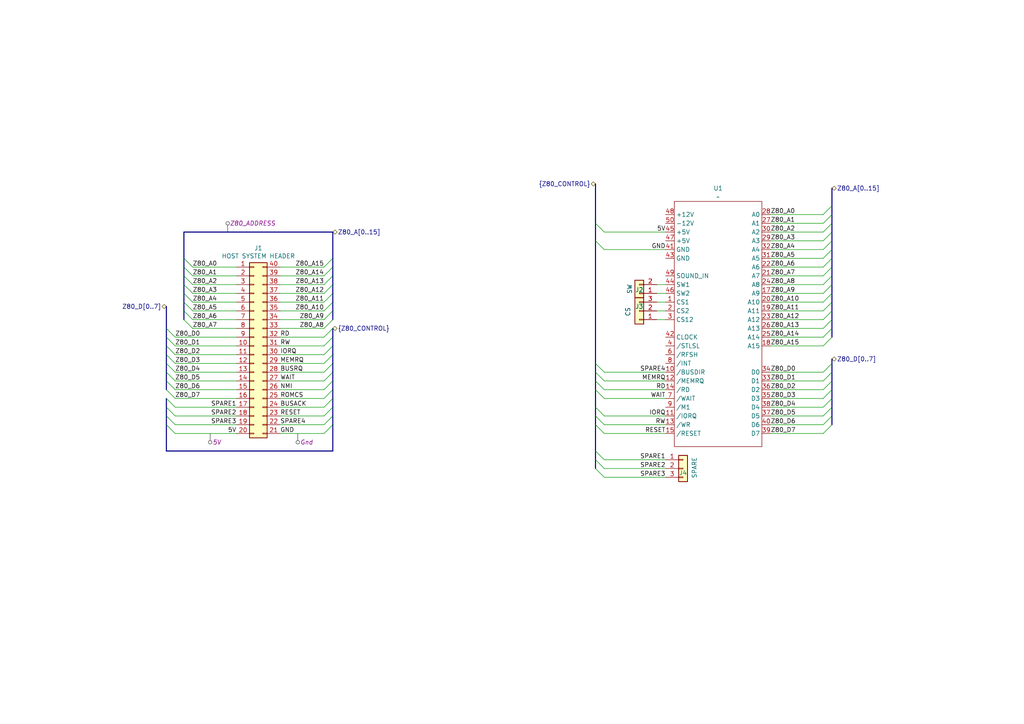
<source format=kicad_sch>
(kicad_sch
	(version 20231120)
	(generator "eeschema")
	(generator_version "8.0")
	(uuid "6ddc226a-d525-48a8-bda5-95f9643534cd")
	(paper "A4")
	(lib_symbols
		(symbol "8bits:MSX_HEADER"
			(exclude_from_sim no)
			(in_bom yes)
			(on_board yes)
			(property "Reference" "U?"
				(at 0 39.37 0)
				(effects
					(font
						(size 1.27 1.27)
					)
				)
			)
			(property "Value" "~"
				(at 0 36.83 0)
				(effects
					(font
						(size 1.27 1.27)
					)
				)
			)
			(property "Footprint" ""
				(at 0 0 0)
				(effects
					(font
						(size 1.27 1.27)
					)
					(hide yes)
				)
			)
			(property "Datasheet" ""
				(at 0 0 0)
				(effects
					(font
						(size 1.27 1.27)
					)
					(hide yes)
				)
			)
			(property "Description" ""
				(at 0 0 0)
				(effects
					(font
						(size 1.27 1.27)
					)
					(hide yes)
				)
			)
			(symbol "MSX_HEADER_0_1"
				(rectangle
					(start -12.7 35.56)
					(end 12.7 -35.56)
					(stroke
						(width 0)
						(type default)
					)
					(fill
						(type none)
					)
				)
			)
			(symbol "MSX_HEADER_1_1"
				(pin input line
					(at -15.24 6.35 0)
					(length 2.54)
					(name "CS1"
						(effects
							(font
								(size 1.27 1.27)
							)
						)
					)
					(number "1"
						(effects
							(font
								(size 1.27 1.27)
							)
						)
					)
				)
				(pin input line
					(at -15.24 -13.97 0)
					(length 2.54)
					(name "/BUSDIR"
						(effects
							(font
								(size 1.27 1.27)
							)
						)
					)
					(number "10"
						(effects
							(font
								(size 1.27 1.27)
							)
						)
					)
				)
				(pin input line
					(at -15.24 -26.67 0)
					(length 2.54)
					(name "/IORQ"
						(effects
							(font
								(size 1.27 1.27)
							)
						)
					)
					(number "11"
						(effects
							(font
								(size 1.27 1.27)
							)
						)
					)
				)
				(pin input line
					(at -15.24 -16.51 0)
					(length 2.54)
					(name "/MEMRQ"
						(effects
							(font
								(size 1.27 1.27)
							)
						)
					)
					(number "12"
						(effects
							(font
								(size 1.27 1.27)
							)
						)
					)
				)
				(pin input line
					(at -15.24 -29.21 0)
					(length 2.54)
					(name "/WR"
						(effects
							(font
								(size 1.27 1.27)
							)
						)
					)
					(number "13"
						(effects
							(font
								(size 1.27 1.27)
							)
						)
					)
				)
				(pin input line
					(at -15.24 -19.05 0)
					(length 2.54)
					(name "/RD"
						(effects
							(font
								(size 1.27 1.27)
							)
						)
					)
					(number "14"
						(effects
							(font
								(size 1.27 1.27)
							)
						)
					)
				)
				(pin input line
					(at -15.24 -31.75 0)
					(length 2.54)
					(name "/RESET"
						(effects
							(font
								(size 1.27 1.27)
							)
						)
					)
					(number "15"
						(effects
							(font
								(size 1.27 1.27)
							)
						)
					)
				)
				(pin input line
					(at 15.24 8.89 180)
					(length 2.54)
					(name "A9"
						(effects
							(font
								(size 1.27 1.27)
							)
						)
					)
					(number "17"
						(effects
							(font
								(size 1.27 1.27)
							)
						)
					)
				)
				(pin input line
					(at 15.24 -6.35 180)
					(length 2.54)
					(name "A15"
						(effects
							(font
								(size 1.27 1.27)
							)
						)
					)
					(number "18"
						(effects
							(font
								(size 1.27 1.27)
							)
						)
					)
				)
				(pin input line
					(at 15.24 3.81 180)
					(length 2.54)
					(name "A11"
						(effects
							(font
								(size 1.27 1.27)
							)
						)
					)
					(number "19"
						(effects
							(font
								(size 1.27 1.27)
							)
						)
					)
				)
				(pin input line
					(at -15.24 3.81 0)
					(length 2.54)
					(name "CS2"
						(effects
							(font
								(size 1.27 1.27)
							)
						)
					)
					(number "2"
						(effects
							(font
								(size 1.27 1.27)
							)
						)
					)
				)
				(pin input line
					(at 15.24 6.35 180)
					(length 2.54)
					(name "A10"
						(effects
							(font
								(size 1.27 1.27)
							)
						)
					)
					(number "20"
						(effects
							(font
								(size 1.27 1.27)
							)
						)
					)
				)
				(pin input line
					(at 15.24 13.97 180)
					(length 2.54)
					(name "A7"
						(effects
							(font
								(size 1.27 1.27)
							)
						)
					)
					(number "21"
						(effects
							(font
								(size 1.27 1.27)
							)
						)
					)
				)
				(pin input line
					(at 15.24 16.51 180)
					(length 2.54)
					(name "A6"
						(effects
							(font
								(size 1.27 1.27)
							)
						)
					)
					(number "22"
						(effects
							(font
								(size 1.27 1.27)
							)
						)
					)
				)
				(pin input line
					(at 15.24 1.27 180)
					(length 2.54)
					(name "A12"
						(effects
							(font
								(size 1.27 1.27)
							)
						)
					)
					(number "23"
						(effects
							(font
								(size 1.27 1.27)
							)
						)
					)
				)
				(pin input line
					(at 15.24 11.43 180)
					(length 2.54)
					(name "A8"
						(effects
							(font
								(size 1.27 1.27)
							)
						)
					)
					(number "24"
						(effects
							(font
								(size 1.27 1.27)
							)
						)
					)
				)
				(pin input line
					(at 15.24 -3.81 180)
					(length 2.54)
					(name "A14"
						(effects
							(font
								(size 1.27 1.27)
							)
						)
					)
					(number "25"
						(effects
							(font
								(size 1.27 1.27)
							)
						)
					)
				)
				(pin input line
					(at 15.24 -1.27 180)
					(length 2.54)
					(name "A13"
						(effects
							(font
								(size 1.27 1.27)
							)
						)
					)
					(number "26"
						(effects
							(font
								(size 1.27 1.27)
							)
						)
					)
				)
				(pin input line
					(at 15.24 29.21 180)
					(length 2.54)
					(name "A1"
						(effects
							(font
								(size 1.27 1.27)
							)
						)
					)
					(number "27"
						(effects
							(font
								(size 1.27 1.27)
							)
						)
					)
				)
				(pin input line
					(at 15.24 31.75 180)
					(length 2.54)
					(name "A0"
						(effects
							(font
								(size 1.27 1.27)
							)
						)
					)
					(number "28"
						(effects
							(font
								(size 1.27 1.27)
							)
						)
					)
				)
				(pin input line
					(at 15.24 24.13 180)
					(length 2.54)
					(name "A3"
						(effects
							(font
								(size 1.27 1.27)
							)
						)
					)
					(number "29"
						(effects
							(font
								(size 1.27 1.27)
							)
						)
					)
				)
				(pin input line
					(at -15.24 1.27 0)
					(length 2.54)
					(name "CS12"
						(effects
							(font
								(size 1.27 1.27)
							)
						)
					)
					(number "3"
						(effects
							(font
								(size 1.27 1.27)
							)
						)
					)
				)
				(pin input line
					(at 15.24 26.67 180)
					(length 2.54)
					(name "A2"
						(effects
							(font
								(size 1.27 1.27)
							)
						)
					)
					(number "30"
						(effects
							(font
								(size 1.27 1.27)
							)
						)
					)
				)
				(pin input line
					(at 15.24 19.05 180)
					(length 2.54)
					(name "A5"
						(effects
							(font
								(size 1.27 1.27)
							)
						)
					)
					(number "31"
						(effects
							(font
								(size 1.27 1.27)
							)
						)
					)
				)
				(pin input line
					(at 15.24 21.59 180)
					(length 2.54)
					(name "A4"
						(effects
							(font
								(size 1.27 1.27)
							)
						)
					)
					(number "32"
						(effects
							(font
								(size 1.27 1.27)
							)
						)
					)
				)
				(pin input line
					(at 15.24 -16.51 180)
					(length 2.54)
					(name "D1"
						(effects
							(font
								(size 1.27 1.27)
							)
						)
					)
					(number "33"
						(effects
							(font
								(size 1.27 1.27)
							)
						)
					)
				)
				(pin input line
					(at 15.24 -13.97 180)
					(length 2.54)
					(name "D0"
						(effects
							(font
								(size 1.27 1.27)
							)
						)
					)
					(number "34"
						(effects
							(font
								(size 1.27 1.27)
							)
						)
					)
				)
				(pin input line
					(at 15.24 -21.59 180)
					(length 2.54)
					(name "D3"
						(effects
							(font
								(size 1.27 1.27)
							)
						)
					)
					(number "35"
						(effects
							(font
								(size 1.27 1.27)
							)
						)
					)
				)
				(pin input line
					(at 15.24 -19.05 180)
					(length 2.54)
					(name "D2"
						(effects
							(font
								(size 1.27 1.27)
							)
						)
					)
					(number "36"
						(effects
							(font
								(size 1.27 1.27)
							)
						)
					)
				)
				(pin input line
					(at 15.24 -26.67 180)
					(length 2.54)
					(name "D5"
						(effects
							(font
								(size 1.27 1.27)
							)
						)
					)
					(number "37"
						(effects
							(font
								(size 1.27 1.27)
							)
						)
					)
				)
				(pin input line
					(at 15.24 -24.13 180)
					(length 2.54)
					(name "D4"
						(effects
							(font
								(size 1.27 1.27)
							)
						)
					)
					(number "38"
						(effects
							(font
								(size 1.27 1.27)
							)
						)
					)
				)
				(pin input line
					(at 15.24 -31.75 180)
					(length 2.54)
					(name "D7"
						(effects
							(font
								(size 1.27 1.27)
							)
						)
					)
					(number "39"
						(effects
							(font
								(size 1.27 1.27)
							)
						)
					)
				)
				(pin input line
					(at -15.24 -6.35 0)
					(length 2.54)
					(name "/STLSL"
						(effects
							(font
								(size 1.27 1.27)
							)
						)
					)
					(number "4"
						(effects
							(font
								(size 1.27 1.27)
							)
						)
					)
				)
				(pin input line
					(at 15.24 -29.21 180)
					(length 2.54)
					(name "D6"
						(effects
							(font
								(size 1.27 1.27)
							)
						)
					)
					(number "40"
						(effects
							(font
								(size 1.27 1.27)
							)
						)
					)
				)
				(pin input line
					(at -15.24 21.59 0)
					(length 2.54)
					(name "GND"
						(effects
							(font
								(size 1.27 1.27)
							)
						)
					)
					(number "41"
						(effects
							(font
								(size 1.27 1.27)
							)
						)
					)
				)
				(pin input line
					(at -15.24 -3.81 0)
					(length 2.54)
					(name "CLOCK"
						(effects
							(font
								(size 1.27 1.27)
							)
						)
					)
					(number "42"
						(effects
							(font
								(size 1.27 1.27)
							)
						)
					)
				)
				(pin input line
					(at -15.24 19.05 0)
					(length 2.54)
					(name "GND"
						(effects
							(font
								(size 1.27 1.27)
							)
						)
					)
					(number "43"
						(effects
							(font
								(size 1.27 1.27)
							)
						)
					)
				)
				(pin input line
					(at -15.24 11.43 0)
					(length 2.54)
					(name "SW1"
						(effects
							(font
								(size 1.27 1.27)
							)
						)
					)
					(number "44"
						(effects
							(font
								(size 1.27 1.27)
							)
						)
					)
				)
				(pin input line
					(at -15.24 26.67 0)
					(length 2.54)
					(name "+5V"
						(effects
							(font
								(size 1.27 1.27)
							)
						)
					)
					(number "45"
						(effects
							(font
								(size 1.27 1.27)
							)
						)
					)
				)
				(pin input line
					(at -15.24 8.89 0)
					(length 2.54)
					(name "SW2"
						(effects
							(font
								(size 1.27 1.27)
							)
						)
					)
					(number "46"
						(effects
							(font
								(size 1.27 1.27)
							)
						)
					)
				)
				(pin input line
					(at -15.24 24.13 0)
					(length 2.54)
					(name "+5V"
						(effects
							(font
								(size 1.27 1.27)
							)
						)
					)
					(number "47"
						(effects
							(font
								(size 1.27 1.27)
							)
						)
					)
				)
				(pin input line
					(at -15.24 31.75 0)
					(length 2.54)
					(name "+12V"
						(effects
							(font
								(size 1.27 1.27)
							)
						)
					)
					(number "48"
						(effects
							(font
								(size 1.27 1.27)
							)
						)
					)
				)
				(pin input line
					(at -15.24 13.97 0)
					(length 2.54)
					(name "SOUND_IN"
						(effects
							(font
								(size 1.27 1.27)
							)
						)
					)
					(number "49"
						(effects
							(font
								(size 1.27 1.27)
							)
						)
					)
				)
				(pin input line
					(at -15.24 29.21 0)
					(length 2.54)
					(name "-12V"
						(effects
							(font
								(size 1.27 1.27)
							)
						)
					)
					(number "50"
						(effects
							(font
								(size 1.27 1.27)
							)
						)
					)
				)
				(pin input line
					(at -15.24 -8.89 0)
					(length 2.54)
					(name "/RFSH"
						(effects
							(font
								(size 1.27 1.27)
							)
						)
					)
					(number "6"
						(effects
							(font
								(size 1.27 1.27)
							)
						)
					)
				)
				(pin input line
					(at -15.24 -21.59 0)
					(length 2.54)
					(name "/WAIT"
						(effects
							(font
								(size 1.27 1.27)
							)
						)
					)
					(number "7"
						(effects
							(font
								(size 1.27 1.27)
							)
						)
					)
				)
				(pin input line
					(at -15.24 -11.43 0)
					(length 2.54)
					(name "/INT"
						(effects
							(font
								(size 1.27 1.27)
							)
						)
					)
					(number "8"
						(effects
							(font
								(size 1.27 1.27)
							)
						)
					)
				)
				(pin input line
					(at -15.24 -24.13 0)
					(length 2.54)
					(name "/M1"
						(effects
							(font
								(size 1.27 1.27)
							)
						)
					)
					(number "9"
						(effects
							(font
								(size 1.27 1.27)
							)
						)
					)
				)
			)
		)
		(symbol "Connector_Generic:Conn_01x02"
			(pin_names
				(offset 1.016) hide)
			(exclude_from_sim no)
			(in_bom yes)
			(on_board yes)
			(property "Reference" "J"
				(at 0 2.54 0)
				(effects
					(font
						(size 1.27 1.27)
					)
				)
			)
			(property "Value" "Conn_01x02"
				(at 0 -5.08 0)
				(effects
					(font
						(size 1.27 1.27)
					)
				)
			)
			(property "Footprint" ""
				(at 0 0 0)
				(effects
					(font
						(size 1.27 1.27)
					)
					(hide yes)
				)
			)
			(property "Datasheet" "~"
				(at 0 0 0)
				(effects
					(font
						(size 1.27 1.27)
					)
					(hide yes)
				)
			)
			(property "Description" "Generic connector, single row, 01x02, script generated (kicad-library-utils/schlib/autogen/connector/)"
				(at 0 0 0)
				(effects
					(font
						(size 1.27 1.27)
					)
					(hide yes)
				)
			)
			(property "ki_keywords" "connector"
				(at 0 0 0)
				(effects
					(font
						(size 1.27 1.27)
					)
					(hide yes)
				)
			)
			(property "ki_fp_filters" "Connector*:*_1x??_*"
				(at 0 0 0)
				(effects
					(font
						(size 1.27 1.27)
					)
					(hide yes)
				)
			)
			(symbol "Conn_01x02_1_1"
				(rectangle
					(start -1.27 -2.413)
					(end 0 -2.667)
					(stroke
						(width 0.1524)
						(type default)
					)
					(fill
						(type none)
					)
				)
				(rectangle
					(start -1.27 0.127)
					(end 0 -0.127)
					(stroke
						(width 0.1524)
						(type default)
					)
					(fill
						(type none)
					)
				)
				(rectangle
					(start -1.27 1.27)
					(end 1.27 -3.81)
					(stroke
						(width 0.254)
						(type default)
					)
					(fill
						(type background)
					)
				)
				(pin passive line
					(at -5.08 0 0)
					(length 3.81)
					(name "Pin_1"
						(effects
							(font
								(size 1.27 1.27)
							)
						)
					)
					(number "1"
						(effects
							(font
								(size 1.27 1.27)
							)
						)
					)
				)
				(pin passive line
					(at -5.08 -2.54 0)
					(length 3.81)
					(name "Pin_2"
						(effects
							(font
								(size 1.27 1.27)
							)
						)
					)
					(number "2"
						(effects
							(font
								(size 1.27 1.27)
							)
						)
					)
				)
			)
		)
		(symbol "Connector_Generic:Conn_01x03"
			(pin_names
				(offset 1.016) hide)
			(exclude_from_sim no)
			(in_bom yes)
			(on_board yes)
			(property "Reference" "J"
				(at 0 5.08 0)
				(effects
					(font
						(size 1.27 1.27)
					)
				)
			)
			(property "Value" "Conn_01x03"
				(at 0 -5.08 0)
				(effects
					(font
						(size 1.27 1.27)
					)
				)
			)
			(property "Footprint" ""
				(at 0 0 0)
				(effects
					(font
						(size 1.27 1.27)
					)
					(hide yes)
				)
			)
			(property "Datasheet" "~"
				(at 0 0 0)
				(effects
					(font
						(size 1.27 1.27)
					)
					(hide yes)
				)
			)
			(property "Description" "Generic connector, single row, 01x03, script generated (kicad-library-utils/schlib/autogen/connector/)"
				(at 0 0 0)
				(effects
					(font
						(size 1.27 1.27)
					)
					(hide yes)
				)
			)
			(property "ki_keywords" "connector"
				(at 0 0 0)
				(effects
					(font
						(size 1.27 1.27)
					)
					(hide yes)
				)
			)
			(property "ki_fp_filters" "Connector*:*_1x??_*"
				(at 0 0 0)
				(effects
					(font
						(size 1.27 1.27)
					)
					(hide yes)
				)
			)
			(symbol "Conn_01x03_1_1"
				(rectangle
					(start -1.27 -2.413)
					(end 0 -2.667)
					(stroke
						(width 0.1524)
						(type default)
					)
					(fill
						(type none)
					)
				)
				(rectangle
					(start -1.27 0.127)
					(end 0 -0.127)
					(stroke
						(width 0.1524)
						(type default)
					)
					(fill
						(type none)
					)
				)
				(rectangle
					(start -1.27 2.667)
					(end 0 2.413)
					(stroke
						(width 0.1524)
						(type default)
					)
					(fill
						(type none)
					)
				)
				(rectangle
					(start -1.27 3.81)
					(end 1.27 -3.81)
					(stroke
						(width 0.254)
						(type default)
					)
					(fill
						(type background)
					)
				)
				(pin passive line
					(at -5.08 2.54 0)
					(length 3.81)
					(name "Pin_1"
						(effects
							(font
								(size 1.27 1.27)
							)
						)
					)
					(number "1"
						(effects
							(font
								(size 1.27 1.27)
							)
						)
					)
				)
				(pin passive line
					(at -5.08 0 0)
					(length 3.81)
					(name "Pin_2"
						(effects
							(font
								(size 1.27 1.27)
							)
						)
					)
					(number "2"
						(effects
							(font
								(size 1.27 1.27)
							)
						)
					)
				)
				(pin passive line
					(at -5.08 -2.54 0)
					(length 3.81)
					(name "Pin_3"
						(effects
							(font
								(size 1.27 1.27)
							)
						)
					)
					(number "3"
						(effects
							(font
								(size 1.27 1.27)
							)
						)
					)
				)
			)
		)
		(symbol "Connector_Generic:Conn_02x20_Counter_Clockwise"
			(pin_names
				(offset 1.016) hide)
			(exclude_from_sim no)
			(in_bom yes)
			(on_board yes)
			(property "Reference" "J"
				(at 1.27 25.4 0)
				(effects
					(font
						(size 1.27 1.27)
					)
				)
			)
			(property "Value" "Conn_02x20_Counter_Clockwise"
				(at 1.27 -27.94 0)
				(effects
					(font
						(size 1.27 1.27)
					)
				)
			)
			(property "Footprint" ""
				(at 0 0 0)
				(effects
					(font
						(size 1.27 1.27)
					)
					(hide yes)
				)
			)
			(property "Datasheet" "~"
				(at 0 0 0)
				(effects
					(font
						(size 1.27 1.27)
					)
					(hide yes)
				)
			)
			(property "Description" "Generic connector, double row, 02x20, counter clockwise pin numbering scheme (similar to DIP package numbering), script generated (kicad-library-utils/schlib/autogen/connector/)"
				(at 0 0 0)
				(effects
					(font
						(size 1.27 1.27)
					)
					(hide yes)
				)
			)
			(property "ki_keywords" "connector"
				(at 0 0 0)
				(effects
					(font
						(size 1.27 1.27)
					)
					(hide yes)
				)
			)
			(property "ki_fp_filters" "Connector*:*_2x??_*"
				(at 0 0 0)
				(effects
					(font
						(size 1.27 1.27)
					)
					(hide yes)
				)
			)
			(symbol "Conn_02x20_Counter_Clockwise_1_1"
				(rectangle
					(start -1.27 -25.273)
					(end 0 -25.527)
					(stroke
						(width 0.1524)
						(type default)
					)
					(fill
						(type none)
					)
				)
				(rectangle
					(start -1.27 -22.733)
					(end 0 -22.987)
					(stroke
						(width 0.1524)
						(type default)
					)
					(fill
						(type none)
					)
				)
				(rectangle
					(start -1.27 -20.193)
					(end 0 -20.447)
					(stroke
						(width 0.1524)
						(type default)
					)
					(fill
						(type none)
					)
				)
				(rectangle
					(start -1.27 -17.653)
					(end 0 -17.907)
					(stroke
						(width 0.1524)
						(type default)
					)
					(fill
						(type none)
					)
				)
				(rectangle
					(start -1.27 -15.113)
					(end 0 -15.367)
					(stroke
						(width 0.1524)
						(type default)
					)
					(fill
						(type none)
					)
				)
				(rectangle
					(start -1.27 -12.573)
					(end 0 -12.827)
					(stroke
						(width 0.1524)
						(type default)
					)
					(fill
						(type none)
					)
				)
				(rectangle
					(start -1.27 -10.033)
					(end 0 -10.287)
					(stroke
						(width 0.1524)
						(type default)
					)
					(fill
						(type none)
					)
				)
				(rectangle
					(start -1.27 -7.493)
					(end 0 -7.747)
					(stroke
						(width 0.1524)
						(type default)
					)
					(fill
						(type none)
					)
				)
				(rectangle
					(start -1.27 -4.953)
					(end 0 -5.207)
					(stroke
						(width 0.1524)
						(type default)
					)
					(fill
						(type none)
					)
				)
				(rectangle
					(start -1.27 -2.413)
					(end 0 -2.667)
					(stroke
						(width 0.1524)
						(type default)
					)
					(fill
						(type none)
					)
				)
				(rectangle
					(start -1.27 0.127)
					(end 0 -0.127)
					(stroke
						(width 0.1524)
						(type default)
					)
					(fill
						(type none)
					)
				)
				(rectangle
					(start -1.27 2.667)
					(end 0 2.413)
					(stroke
						(width 0.1524)
						(type default)
					)
					(fill
						(type none)
					)
				)
				(rectangle
					(start -1.27 5.207)
					(end 0 4.953)
					(stroke
						(width 0.1524)
						(type default)
					)
					(fill
						(type none)
					)
				)
				(rectangle
					(start -1.27 7.747)
					(end 0 7.493)
					(stroke
						(width 0.1524)
						(type default)
					)
					(fill
						(type none)
					)
				)
				(rectangle
					(start -1.27 10.287)
					(end 0 10.033)
					(stroke
						(width 0.1524)
						(type default)
					)
					(fill
						(type none)
					)
				)
				(rectangle
					(start -1.27 12.827)
					(end 0 12.573)
					(stroke
						(width 0.1524)
						(type default)
					)
					(fill
						(type none)
					)
				)
				(rectangle
					(start -1.27 15.367)
					(end 0 15.113)
					(stroke
						(width 0.1524)
						(type default)
					)
					(fill
						(type none)
					)
				)
				(rectangle
					(start -1.27 17.907)
					(end 0 17.653)
					(stroke
						(width 0.1524)
						(type default)
					)
					(fill
						(type none)
					)
				)
				(rectangle
					(start -1.27 20.447)
					(end 0 20.193)
					(stroke
						(width 0.1524)
						(type default)
					)
					(fill
						(type none)
					)
				)
				(rectangle
					(start -1.27 22.987)
					(end 0 22.733)
					(stroke
						(width 0.1524)
						(type default)
					)
					(fill
						(type none)
					)
				)
				(rectangle
					(start -1.27 24.13)
					(end 3.81 -26.67)
					(stroke
						(width 0.254)
						(type default)
					)
					(fill
						(type background)
					)
				)
				(rectangle
					(start 3.81 -25.273)
					(end 2.54 -25.527)
					(stroke
						(width 0.1524)
						(type default)
					)
					(fill
						(type none)
					)
				)
				(rectangle
					(start 3.81 -22.733)
					(end 2.54 -22.987)
					(stroke
						(width 0.1524)
						(type default)
					)
					(fill
						(type none)
					)
				)
				(rectangle
					(start 3.81 -20.193)
					(end 2.54 -20.447)
					(stroke
						(width 0.1524)
						(type default)
					)
					(fill
						(type none)
					)
				)
				(rectangle
					(start 3.81 -17.653)
					(end 2.54 -17.907)
					(stroke
						(width 0.1524)
						(type default)
					)
					(fill
						(type none)
					)
				)
				(rectangle
					(start 3.81 -15.113)
					(end 2.54 -15.367)
					(stroke
						(width 0.1524)
						(type default)
					)
					(fill
						(type none)
					)
				)
				(rectangle
					(start 3.81 -12.573)
					(end 2.54 -12.827)
					(stroke
						(width 0.1524)
						(type default)
					)
					(fill
						(type none)
					)
				)
				(rectangle
					(start 3.81 -10.033)
					(end 2.54 -10.287)
					(stroke
						(width 0.1524)
						(type default)
					)
					(fill
						(type none)
					)
				)
				(rectangle
					(start 3.81 -7.493)
					(end 2.54 -7.747)
					(stroke
						(width 0.1524)
						(type default)
					)
					(fill
						(type none)
					)
				)
				(rectangle
					(start 3.81 -4.953)
					(end 2.54 -5.207)
					(stroke
						(width 0.1524)
						(type default)
					)
					(fill
						(type none)
					)
				)
				(rectangle
					(start 3.81 -2.413)
					(end 2.54 -2.667)
					(stroke
						(width 0.1524)
						(type default)
					)
					(fill
						(type none)
					)
				)
				(rectangle
					(start 3.81 0.127)
					(end 2.54 -0.127)
					(stroke
						(width 0.1524)
						(type default)
					)
					(fill
						(type none)
					)
				)
				(rectangle
					(start 3.81 2.667)
					(end 2.54 2.413)
					(stroke
						(width 0.1524)
						(type default)
					)
					(fill
						(type none)
					)
				)
				(rectangle
					(start 3.81 5.207)
					(end 2.54 4.953)
					(stroke
						(width 0.1524)
						(type default)
					)
					(fill
						(type none)
					)
				)
				(rectangle
					(start 3.81 7.747)
					(end 2.54 7.493)
					(stroke
						(width 0.1524)
						(type default)
					)
					(fill
						(type none)
					)
				)
				(rectangle
					(start 3.81 10.287)
					(end 2.54 10.033)
					(stroke
						(width 0.1524)
						(type default)
					)
					(fill
						(type none)
					)
				)
				(rectangle
					(start 3.81 12.827)
					(end 2.54 12.573)
					(stroke
						(width 0.1524)
						(type default)
					)
					(fill
						(type none)
					)
				)
				(rectangle
					(start 3.81 15.367)
					(end 2.54 15.113)
					(stroke
						(width 0.1524)
						(type default)
					)
					(fill
						(type none)
					)
				)
				(rectangle
					(start 3.81 17.907)
					(end 2.54 17.653)
					(stroke
						(width 0.1524)
						(type default)
					)
					(fill
						(type none)
					)
				)
				(rectangle
					(start 3.81 20.447)
					(end 2.54 20.193)
					(stroke
						(width 0.1524)
						(type default)
					)
					(fill
						(type none)
					)
				)
				(rectangle
					(start 3.81 22.987)
					(end 2.54 22.733)
					(stroke
						(width 0.1524)
						(type default)
					)
					(fill
						(type none)
					)
				)
				(pin passive line
					(at -5.08 22.86 0)
					(length 3.81)
					(name "Pin_1"
						(effects
							(font
								(size 1.27 1.27)
							)
						)
					)
					(number "1"
						(effects
							(font
								(size 1.27 1.27)
							)
						)
					)
				)
				(pin passive line
					(at -5.08 0 0)
					(length 3.81)
					(name "Pin_10"
						(effects
							(font
								(size 1.27 1.27)
							)
						)
					)
					(number "10"
						(effects
							(font
								(size 1.27 1.27)
							)
						)
					)
				)
				(pin passive line
					(at -5.08 -2.54 0)
					(length 3.81)
					(name "Pin_11"
						(effects
							(font
								(size 1.27 1.27)
							)
						)
					)
					(number "11"
						(effects
							(font
								(size 1.27 1.27)
							)
						)
					)
				)
				(pin passive line
					(at -5.08 -5.08 0)
					(length 3.81)
					(name "Pin_12"
						(effects
							(font
								(size 1.27 1.27)
							)
						)
					)
					(number "12"
						(effects
							(font
								(size 1.27 1.27)
							)
						)
					)
				)
				(pin passive line
					(at -5.08 -7.62 0)
					(length 3.81)
					(name "Pin_13"
						(effects
							(font
								(size 1.27 1.27)
							)
						)
					)
					(number "13"
						(effects
							(font
								(size 1.27 1.27)
							)
						)
					)
				)
				(pin passive line
					(at -5.08 -10.16 0)
					(length 3.81)
					(name "Pin_14"
						(effects
							(font
								(size 1.27 1.27)
							)
						)
					)
					(number "14"
						(effects
							(font
								(size 1.27 1.27)
							)
						)
					)
				)
				(pin passive line
					(at -5.08 -12.7 0)
					(length 3.81)
					(name "Pin_15"
						(effects
							(font
								(size 1.27 1.27)
							)
						)
					)
					(number "15"
						(effects
							(font
								(size 1.27 1.27)
							)
						)
					)
				)
				(pin passive line
					(at -5.08 -15.24 0)
					(length 3.81)
					(name "Pin_16"
						(effects
							(font
								(size 1.27 1.27)
							)
						)
					)
					(number "16"
						(effects
							(font
								(size 1.27 1.27)
							)
						)
					)
				)
				(pin passive line
					(at -5.08 -17.78 0)
					(length 3.81)
					(name "Pin_17"
						(effects
							(font
								(size 1.27 1.27)
							)
						)
					)
					(number "17"
						(effects
							(font
								(size 1.27 1.27)
							)
						)
					)
				)
				(pin passive line
					(at -5.08 -20.32 0)
					(length 3.81)
					(name "Pin_18"
						(effects
							(font
								(size 1.27 1.27)
							)
						)
					)
					(number "18"
						(effects
							(font
								(size 1.27 1.27)
							)
						)
					)
				)
				(pin passive line
					(at -5.08 -22.86 0)
					(length 3.81)
					(name "Pin_19"
						(effects
							(font
								(size 1.27 1.27)
							)
						)
					)
					(number "19"
						(effects
							(font
								(size 1.27 1.27)
							)
						)
					)
				)
				(pin passive line
					(at -5.08 20.32 0)
					(length 3.81)
					(name "Pin_2"
						(effects
							(font
								(size 1.27 1.27)
							)
						)
					)
					(number "2"
						(effects
							(font
								(size 1.27 1.27)
							)
						)
					)
				)
				(pin passive line
					(at -5.08 -25.4 0)
					(length 3.81)
					(name "Pin_20"
						(effects
							(font
								(size 1.27 1.27)
							)
						)
					)
					(number "20"
						(effects
							(font
								(size 1.27 1.27)
							)
						)
					)
				)
				(pin passive line
					(at 7.62 -25.4 180)
					(length 3.81)
					(name "Pin_21"
						(effects
							(font
								(size 1.27 1.27)
							)
						)
					)
					(number "21"
						(effects
							(font
								(size 1.27 1.27)
							)
						)
					)
				)
				(pin passive line
					(at 7.62 -22.86 180)
					(length 3.81)
					(name "Pin_22"
						(effects
							(font
								(size 1.27 1.27)
							)
						)
					)
					(number "22"
						(effects
							(font
								(size 1.27 1.27)
							)
						)
					)
				)
				(pin passive line
					(at 7.62 -20.32 180)
					(length 3.81)
					(name "Pin_23"
						(effects
							(font
								(size 1.27 1.27)
							)
						)
					)
					(number "23"
						(effects
							(font
								(size 1.27 1.27)
							)
						)
					)
				)
				(pin passive line
					(at 7.62 -17.78 180)
					(length 3.81)
					(name "Pin_24"
						(effects
							(font
								(size 1.27 1.27)
							)
						)
					)
					(number "24"
						(effects
							(font
								(size 1.27 1.27)
							)
						)
					)
				)
				(pin passive line
					(at 7.62 -15.24 180)
					(length 3.81)
					(name "Pin_25"
						(effects
							(font
								(size 1.27 1.27)
							)
						)
					)
					(number "25"
						(effects
							(font
								(size 1.27 1.27)
							)
						)
					)
				)
				(pin passive line
					(at 7.62 -12.7 180)
					(length 3.81)
					(name "Pin_26"
						(effects
							(font
								(size 1.27 1.27)
							)
						)
					)
					(number "26"
						(effects
							(font
								(size 1.27 1.27)
							)
						)
					)
				)
				(pin passive line
					(at 7.62 -10.16 180)
					(length 3.81)
					(name "Pin_27"
						(effects
							(font
								(size 1.27 1.27)
							)
						)
					)
					(number "27"
						(effects
							(font
								(size 1.27 1.27)
							)
						)
					)
				)
				(pin passive line
					(at 7.62 -7.62 180)
					(length 3.81)
					(name "Pin_28"
						(effects
							(font
								(size 1.27 1.27)
							)
						)
					)
					(number "28"
						(effects
							(font
								(size 1.27 1.27)
							)
						)
					)
				)
				(pin passive line
					(at 7.62 -5.08 180)
					(length 3.81)
					(name "Pin_29"
						(effects
							(font
								(size 1.27 1.27)
							)
						)
					)
					(number "29"
						(effects
							(font
								(size 1.27 1.27)
							)
						)
					)
				)
				(pin passive line
					(at -5.08 17.78 0)
					(length 3.81)
					(name "Pin_3"
						(effects
							(font
								(size 1.27 1.27)
							)
						)
					)
					(number "3"
						(effects
							(font
								(size 1.27 1.27)
							)
						)
					)
				)
				(pin passive line
					(at 7.62 -2.54 180)
					(length 3.81)
					(name "Pin_30"
						(effects
							(font
								(size 1.27 1.27)
							)
						)
					)
					(number "30"
						(effects
							(font
								(size 1.27 1.27)
							)
						)
					)
				)
				(pin passive line
					(at 7.62 0 180)
					(length 3.81)
					(name "Pin_31"
						(effects
							(font
								(size 1.27 1.27)
							)
						)
					)
					(number "31"
						(effects
							(font
								(size 1.27 1.27)
							)
						)
					)
				)
				(pin passive line
					(at 7.62 2.54 180)
					(length 3.81)
					(name "Pin_32"
						(effects
							(font
								(size 1.27 1.27)
							)
						)
					)
					(number "32"
						(effects
							(font
								(size 1.27 1.27)
							)
						)
					)
				)
				(pin passive line
					(at 7.62 5.08 180)
					(length 3.81)
					(name "Pin_33"
						(effects
							(font
								(size 1.27 1.27)
							)
						)
					)
					(number "33"
						(effects
							(font
								(size 1.27 1.27)
							)
						)
					)
				)
				(pin passive line
					(at 7.62 7.62 180)
					(length 3.81)
					(name "Pin_34"
						(effects
							(font
								(size 1.27 1.27)
							)
						)
					)
					(number "34"
						(effects
							(font
								(size 1.27 1.27)
							)
						)
					)
				)
				(pin passive line
					(at 7.62 10.16 180)
					(length 3.81)
					(name "Pin_35"
						(effects
							(font
								(size 1.27 1.27)
							)
						)
					)
					(number "35"
						(effects
							(font
								(size 1.27 1.27)
							)
						)
					)
				)
				(pin passive line
					(at 7.62 12.7 180)
					(length 3.81)
					(name "Pin_36"
						(effects
							(font
								(size 1.27 1.27)
							)
						)
					)
					(number "36"
						(effects
							(font
								(size 1.27 1.27)
							)
						)
					)
				)
				(pin passive line
					(at 7.62 15.24 180)
					(length 3.81)
					(name "Pin_37"
						(effects
							(font
								(size 1.27 1.27)
							)
						)
					)
					(number "37"
						(effects
							(font
								(size 1.27 1.27)
							)
						)
					)
				)
				(pin passive line
					(at 7.62 17.78 180)
					(length 3.81)
					(name "Pin_38"
						(effects
							(font
								(size 1.27 1.27)
							)
						)
					)
					(number "38"
						(effects
							(font
								(size 1.27 1.27)
							)
						)
					)
				)
				(pin passive line
					(at 7.62 20.32 180)
					(length 3.81)
					(name "Pin_39"
						(effects
							(font
								(size 1.27 1.27)
							)
						)
					)
					(number "39"
						(effects
							(font
								(size 1.27 1.27)
							)
						)
					)
				)
				(pin passive line
					(at -5.08 15.24 0)
					(length 3.81)
					(name "Pin_4"
						(effects
							(font
								(size 1.27 1.27)
							)
						)
					)
					(number "4"
						(effects
							(font
								(size 1.27 1.27)
							)
						)
					)
				)
				(pin passive line
					(at 7.62 22.86 180)
					(length 3.81)
					(name "Pin_40"
						(effects
							(font
								(size 1.27 1.27)
							)
						)
					)
					(number "40"
						(effects
							(font
								(size 1.27 1.27)
							)
						)
					)
				)
				(pin passive line
					(at -5.08 12.7 0)
					(length 3.81)
					(name "Pin_5"
						(effects
							(font
								(size 1.27 1.27)
							)
						)
					)
					(number "5"
						(effects
							(font
								(size 1.27 1.27)
							)
						)
					)
				)
				(pin passive line
					(at -5.08 10.16 0)
					(length 3.81)
					(name "Pin_6"
						(effects
							(font
								(size 1.27 1.27)
							)
						)
					)
					(number "6"
						(effects
							(font
								(size 1.27 1.27)
							)
						)
					)
				)
				(pin passive line
					(at -5.08 7.62 0)
					(length 3.81)
					(name "Pin_7"
						(effects
							(font
								(size 1.27 1.27)
							)
						)
					)
					(number "7"
						(effects
							(font
								(size 1.27 1.27)
							)
						)
					)
				)
				(pin passive line
					(at -5.08 5.08 0)
					(length 3.81)
					(name "Pin_8"
						(effects
							(font
								(size 1.27 1.27)
							)
						)
					)
					(number "8"
						(effects
							(font
								(size 1.27 1.27)
							)
						)
					)
				)
				(pin passive line
					(at -5.08 2.54 0)
					(length 3.81)
					(name "Pin_9"
						(effects
							(font
								(size 1.27 1.27)
							)
						)
					)
					(number "9"
						(effects
							(font
								(size 1.27 1.27)
							)
						)
					)
				)
			)
		)
	)
	(bus_alias "Z80_CONTROL"
		(members "RD" "RW" "IORQ" "MEMRQ" "BUSRQ" "WAIT" "NMI" "ROMCS" "BUSACK"
			"RESET" "SPARE1" "SPARE2" "SPARE3" "SPARE4" "5V" "GND"
		)
	)
	(bus_entry
		(at 53.34 77.47)
		(size 2.54 2.54)
		(stroke
			(width 0)
			(type default)
		)
		(uuid "011f89aa-d351-4112-b6a1-07b9508cd5aa")
	)
	(bus_entry
		(at 48.26 118.11)
		(size 2.54 2.54)
		(stroke
			(width 0)
			(type default)
		)
		(uuid "02667f67-7ca0-40b1-abd7-334133864609")
	)
	(bus_entry
		(at 53.34 80.01)
		(size 2.54 2.54)
		(stroke
			(width 0)
			(type default)
		)
		(uuid "04b6cee8-4aac-4cba-bceb-734305c7833c")
	)
	(bus_entry
		(at 50.8 110.49)
		(size -2.54 -2.54)
		(stroke
			(width 0)
			(type default)
		)
		(uuid "05c9bb0d-5d12-4d33-bdca-77b0afc2dcbd")
	)
	(bus_entry
		(at 241.3 105.41)
		(size -2.54 2.54)
		(stroke
			(width 0)
			(type default)
		)
		(uuid "083f97bc-15e5-4449-be58-ab1a17872084")
	)
	(bus_entry
		(at 48.26 115.57)
		(size 2.54 2.54)
		(stroke
			(width 0)
			(type default)
		)
		(uuid "08588175-462e-45ea-9d40-4c597db9ca21")
	)
	(bus_entry
		(at 241.3 107.95)
		(size -2.54 2.54)
		(stroke
			(width 0)
			(type default)
		)
		(uuid "0d208fcb-0d6d-4826-824c-14113cf06fd1")
	)
	(bus_entry
		(at 241.3 74.93)
		(size -2.54 2.54)
		(stroke
			(width 0)
			(type default)
		)
		(uuid "0dba82df-81db-4e77-adbc-cac65d410728")
	)
	(bus_entry
		(at 172.72 105.41)
		(size 2.54 2.54)
		(stroke
			(width 0)
			(type default)
		)
		(uuid "1b6afd6e-fd25-4a20-983a-b9bdf2c71ae2")
	)
	(bus_entry
		(at 50.8 102.87)
		(size -2.54 -2.54)
		(stroke
			(width 0)
			(type default)
		)
		(uuid "1e80cebe-9073-42c9-b214-99f9b557b1d7")
	)
	(bus_entry
		(at 48.26 97.79)
		(size 2.54 2.54)
		(stroke
			(width 0)
			(type default)
		)
		(uuid "1f960b9b-e27c-4f46-9641-c2509e015423")
	)
	(bus_entry
		(at 241.3 72.39)
		(size -2.54 2.54)
		(stroke
			(width 0)
			(type default)
		)
		(uuid "20b87e07-9be9-4d19-91b9-97b7fe35547e")
	)
	(bus_entry
		(at 172.72 69.85)
		(size 2.54 2.54)
		(stroke
			(width 0)
			(type default)
		)
		(uuid "2406b9a8-e196-4e0f-ab79-a8563a10bd10")
	)
	(bus_entry
		(at 48.26 102.87)
		(size 2.54 2.54)
		(stroke
			(width 0)
			(type default)
		)
		(uuid "240f2e45-9e91-4a01-8e44-f4575619358c")
	)
	(bus_entry
		(at 96.52 77.47)
		(size -2.54 2.54)
		(stroke
			(width 0)
			(type default)
		)
		(uuid "28eeb60f-d6fd-4d4d-b270-3dde1f04cd59")
	)
	(bus_entry
		(at 96.52 113.03)
		(size -2.54 2.54)
		(stroke
			(width 0)
			(type default)
		)
		(uuid "2f510258-15e0-4647-82b7-e78715ab9228")
	)
	(bus_entry
		(at 241.3 113.03)
		(size -2.54 2.54)
		(stroke
			(width 0)
			(type default)
		)
		(uuid "2fc24ed2-2854-4f26-884e-becd1b2d46cb")
	)
	(bus_entry
		(at 53.34 92.71)
		(size 2.54 2.54)
		(stroke
			(width 0)
			(type default)
		)
		(uuid "305b9e35-f977-4415-b9e7-723e0d93132b")
	)
	(bus_entry
		(at 172.72 130.81)
		(size 2.54 2.54)
		(stroke
			(width 0)
			(type default)
		)
		(uuid "332ec6f3-499a-48ac-a314-fb4ab545a4da")
	)
	(bus_entry
		(at 172.72 135.89)
		(size 2.54 2.54)
		(stroke
			(width 0)
			(type default)
		)
		(uuid "336e234f-92c1-4843-add9-e0a9bd9e5736")
	)
	(bus_entry
		(at 241.3 110.49)
		(size -2.54 2.54)
		(stroke
			(width 0)
			(type default)
		)
		(uuid "34c86c1b-175d-4c6a-9703-51d46349845a")
	)
	(bus_entry
		(at 96.52 110.49)
		(size -2.54 2.54)
		(stroke
			(width 0)
			(type default)
		)
		(uuid "370efbab-6808-48cc-a46e-7447e7ae5e9a")
	)
	(bus_entry
		(at 241.3 97.79)
		(size -2.54 2.54)
		(stroke
			(width 0)
			(type default)
		)
		(uuid "39346501-dfb1-483b-86c6-f4a3cfcacb2d")
	)
	(bus_entry
		(at 241.3 90.17)
		(size -2.54 2.54)
		(stroke
			(width 0)
			(type default)
		)
		(uuid "44a035b3-2385-4a34-8913-35309f391b11")
	)
	(bus_entry
		(at 96.52 87.63)
		(size -2.54 2.54)
		(stroke
			(width 0)
			(type default)
		)
		(uuid "46924cd7-54a2-46fe-a861-09b020563a79")
	)
	(bus_entry
		(at 172.72 113.03)
		(size 2.54 2.54)
		(stroke
			(width 0)
			(type default)
		)
		(uuid "4e5280b7-09e5-4e26-a3b7-5f870e0c685e")
	)
	(bus_entry
		(at 96.52 92.71)
		(size -2.54 2.54)
		(stroke
			(width 0)
			(type default)
		)
		(uuid "52b88e95-9e07-43c9-982f-240a79da9cab")
	)
	(bus_entry
		(at 241.3 85.09)
		(size -2.54 2.54)
		(stroke
			(width 0)
			(type default)
		)
		(uuid "57aab11f-2b9f-4a1e-b47f-d598cd91841a")
	)
	(bus_entry
		(at 241.3 69.85)
		(size -2.54 2.54)
		(stroke
			(width 0)
			(type default)
		)
		(uuid "585e3f11-ab57-42fe-9952-94d22b71cf46")
	)
	(bus_entry
		(at 48.26 120.65)
		(size 2.54 2.54)
		(stroke
			(width 0)
			(type default)
		)
		(uuid "5cbb7da7-2855-462b-9228-6d21f963d7a2")
	)
	(bus_entry
		(at 172.72 107.95)
		(size 2.54 2.54)
		(stroke
			(width 0)
			(type default)
		)
		(uuid "5e4950ac-80a4-4c36-9b09-036531d5b3d2")
	)
	(bus_entry
		(at 96.52 95.25)
		(size -2.54 2.54)
		(stroke
			(width 0)
			(type default)
		)
		(uuid "5e4bd680-14d6-49b7-b72b-32ecc897b5c8")
	)
	(bus_entry
		(at 96.52 90.17)
		(size -2.54 2.54)
		(stroke
			(width 0)
			(type default)
		)
		(uuid "5f5d5ed4-e68b-4a96-9c9f-8a1e0ae1bcc7")
	)
	(bus_entry
		(at 53.34 87.63)
		(size 2.54 2.54)
		(stroke
			(width 0)
			(type default)
		)
		(uuid "66fd950b-1641-4802-84a8-c9eca70c9272")
	)
	(bus_entry
		(at 53.34 74.93)
		(size 2.54 2.54)
		(stroke
			(width 0)
			(type default)
		)
		(uuid "6b8e3766-bf4c-46c4-a824-04b55d250c98")
	)
	(bus_entry
		(at 96.52 115.57)
		(size -2.54 2.54)
		(stroke
			(width 0)
			(type default)
		)
		(uuid "6cd77aaa-8fa3-4598-ad43-7f86fe57a79c")
	)
	(bus_entry
		(at 241.3 62.23)
		(size -2.54 2.54)
		(stroke
			(width 0)
			(type default)
		)
		(uuid "6e648df9-3a02-4b30-8593-dfa3cd3cdfb4")
	)
	(bus_entry
		(at 172.72 123.19)
		(size 2.54 2.54)
		(stroke
			(width 0)
			(type default)
		)
		(uuid "7142913e-7d64-4ad2-b832-89bf026e4ec9")
	)
	(bus_entry
		(at 96.52 80.01)
		(size -2.54 2.54)
		(stroke
			(width 0)
			(type default)
		)
		(uuid "71f4d4ea-b4b7-4086-a286-574872555947")
	)
	(bus_entry
		(at 241.3 59.69)
		(size -2.54 2.54)
		(stroke
			(width 0)
			(type default)
		)
		(uuid "73b395ba-d90c-473f-ae0c-5a4933bb50c6")
	)
	(bus_entry
		(at 96.52 85.09)
		(size -2.54 2.54)
		(stroke
			(width 0)
			(type default)
		)
		(uuid "745805c8-4fa6-4d36-9324-2dc9cdaa5ab8")
	)
	(bus_entry
		(at 241.3 87.63)
		(size -2.54 2.54)
		(stroke
			(width 0)
			(type default)
		)
		(uuid "764478d7-6bfa-4701-ad56-60002f3c51ca")
	)
	(bus_entry
		(at 241.3 77.47)
		(size -2.54 2.54)
		(stroke
			(width 0)
			(type default)
		)
		(uuid "7b1c2ade-5a2f-46c6-801e-38ce113ae6a9")
	)
	(bus_entry
		(at 172.72 133.35)
		(size 2.54 2.54)
		(stroke
			(width 0)
			(type default)
		)
		(uuid "8b9594b7-73ea-41d3-affe-38f4fb876deb")
	)
	(bus_entry
		(at 172.72 118.11)
		(size 2.54 2.54)
		(stroke
			(width 0)
			(type default)
		)
		(uuid "90e4ae78-b443-490f-aef1-381bcb4fefc7")
	)
	(bus_entry
		(at 241.3 80.01)
		(size -2.54 2.54)
		(stroke
			(width 0)
			(type default)
		)
		(uuid "960bf266-1756-4767-be1a-25a59808d15a")
	)
	(bus_entry
		(at 96.52 74.93)
		(size -2.54 2.54)
		(stroke
			(width 0)
			(type default)
		)
		(uuid "97059445-66bd-49d1-8971-1696f1fef0a0")
	)
	(bus_entry
		(at 241.3 120.65)
		(size -2.54 2.54)
		(stroke
			(width 0)
			(type default)
		)
		(uuid "9a7b618d-c253-46c6-80b6-924f7716d812")
	)
	(bus_entry
		(at 96.52 120.65)
		(size -2.54 2.54)
		(stroke
			(width 0)
			(type default)
		)
		(uuid "aabb7c73-9021-42c3-95ed-cc59b61d43c1")
	)
	(bus_entry
		(at 241.3 95.25)
		(size -2.54 2.54)
		(stroke
			(width 0)
			(type default)
		)
		(uuid "ac8ae60e-ee1b-4f4d-8cb1-ad76fc7264c8")
	)
	(bus_entry
		(at 96.52 100.33)
		(size -2.54 2.54)
		(stroke
			(width 0)
			(type default)
		)
		(uuid "aee61b8c-7500-44b0-8e98-99bffa124d44")
	)
	(bus_entry
		(at 96.52 97.79)
		(size -2.54 2.54)
		(stroke
			(width 0)
			(type default)
		)
		(uuid "b5276d45-85a9-4b3d-bbca-840a751b1da2")
	)
	(bus_entry
		(at 241.3 67.31)
		(size -2.54 2.54)
		(stroke
			(width 0)
			(type default)
		)
		(uuid "b5ee391b-3b04-484e-b2eb-47c068b0c7a4")
	)
	(bus_entry
		(at 53.34 85.09)
		(size 2.54 2.54)
		(stroke
			(width 0)
			(type default)
		)
		(uuid "bf1110ff-e6e3-47db-94c1-2312efb3c096")
	)
	(bus_entry
		(at 96.52 82.55)
		(size -2.54 2.54)
		(stroke
			(width 0)
			(type default)
		)
		(uuid "c06cd17c-d443-46bc-b78f-0a8ad78c847f")
	)
	(bus_entry
		(at 241.3 118.11)
		(size -2.54 2.54)
		(stroke
			(width 0)
			(type default)
		)
		(uuid "c0ed6d63-2561-4680-8fea-af7374814f7b")
	)
	(bus_entry
		(at 48.26 113.03)
		(size 2.54 2.54)
		(stroke
			(width 0)
			(type default)
		)
		(uuid "c102561d-ec46-48b8-87a5-4414ce296ac3")
	)
	(bus_entry
		(at 241.3 115.57)
		(size -2.54 2.54)
		(stroke
			(width 0)
			(type default)
		)
		(uuid "c9a7be7a-585a-4d09-be46-294d9fc121f8")
	)
	(bus_entry
		(at 241.3 92.71)
		(size -2.54 2.54)
		(stroke
			(width 0)
			(type default)
		)
		(uuid "c9db510c-41ca-41fd-ad2d-fbcd5a106990")
	)
	(bus_entry
		(at 241.3 64.77)
		(size -2.54 2.54)
		(stroke
			(width 0)
			(type default)
		)
		(uuid "cb07b7aa-1cd6-49ac-8e86-dbab2a7e9ac9")
	)
	(bus_entry
		(at 53.34 82.55)
		(size 2.54 2.54)
		(stroke
			(width 0)
			(type default)
		)
		(uuid "cd92e834-8b9c-4478-84cc-1f64cc989d26")
	)
	(bus_entry
		(at 96.52 107.95)
		(size -2.54 2.54)
		(stroke
			(width 0)
			(type default)
		)
		(uuid "d0bb63a7-d7bf-421b-84b6-5e16491fef49")
	)
	(bus_entry
		(at 241.3 123.19)
		(size -2.54 2.54)
		(stroke
			(width 0)
			(type default)
		)
		(uuid "dc5584c7-08a4-4762-ac7c-b05417201290")
	)
	(bus_entry
		(at 96.52 102.87)
		(size -2.54 2.54)
		(stroke
			(width 0)
			(type default)
		)
		(uuid "dda429cb-15b6-4f78-a4d8-88b11188016d")
	)
	(bus_entry
		(at 96.52 118.11)
		(size -2.54 2.54)
		(stroke
			(width 0)
			(type default)
		)
		(uuid "ddca6338-18a6-4bcf-a39f-7442db587a97")
	)
	(bus_entry
		(at 50.8 107.95)
		(size -2.54 -2.54)
		(stroke
			(width 0)
			(type default)
		)
		(uuid "e1572eed-8215-4543-a3b1-51614e8511f8")
	)
	(bus_entry
		(at 50.8 97.79)
		(size -2.54 -2.54)
		(stroke
			(width 0)
			(type default)
		)
		(uuid "e285cc48-7688-49fc-86a6-d56edc848d3c")
	)
	(bus_entry
		(at 53.34 90.17)
		(size 2.54 2.54)
		(stroke
			(width 0)
			(type default)
		)
		(uuid "e342b220-4556-4e1f-b602-d2c2ad4611dc")
	)
	(bus_entry
		(at 96.52 123.19)
		(size -2.54 2.54)
		(stroke
			(width 0)
			(type default)
		)
		(uuid "e46a9993-0ab7-420c-b9a7-f13acaf93389")
	)
	(bus_entry
		(at 172.72 120.65)
		(size 2.54 2.54)
		(stroke
			(width 0)
			(type default)
		)
		(uuid "e5c22012-70a6-41dc-bbd4-cedc19ae417a")
	)
	(bus_entry
		(at 48.26 123.19)
		(size 2.54 2.54)
		(stroke
			(width 0)
			(type default)
		)
		(uuid "e6ceae00-9881-4e6a-b842-fddff4457ea0")
	)
	(bus_entry
		(at 172.72 64.77)
		(size 2.54 2.54)
		(stroke
			(width 0)
			(type default)
		)
		(uuid "f3ecb63b-56e1-42c4-b9c6-ecf16c300f79")
	)
	(bus_entry
		(at 48.26 110.49)
		(size 2.54 2.54)
		(stroke
			(width 0)
			(type default)
		)
		(uuid "f912e604-c5e7-4668-b436-5c85707f2c07")
	)
	(bus_entry
		(at 172.72 110.49)
		(size 2.54 2.54)
		(stroke
			(width 0)
			(type default)
		)
		(uuid "faa947f1-77a5-4126-b66e-56fca2d1c384")
	)
	(bus_entry
		(at 241.3 82.55)
		(size -2.54 2.54)
		(stroke
			(width 0)
			(type default)
		)
		(uuid "fe00dad1-8eb8-46bb-87df-4133a900b6ce")
	)
	(bus_entry
		(at 96.52 105.41)
		(size -2.54 2.54)
		(stroke
			(width 0)
			(type default)
		)
		(uuid "fe3935f1-1737-49a6-a78e-2dc87cf6f01b")
	)
	(wire
		(pts
			(xy 223.52 72.39) (xy 238.76 72.39)
		)
		(stroke
			(width 0)
			(type default)
		)
		(uuid "00062f9d-50b8-4400-afca-820caed61ebb")
	)
	(wire
		(pts
			(xy 175.26 115.57) (xy 193.04 115.57)
		)
		(stroke
			(width 0)
			(type default)
		)
		(uuid "06e25669-ad98-471b-84c1-ea7224a8b66f")
	)
	(wire
		(pts
			(xy 223.52 107.95) (xy 238.76 107.95)
		)
		(stroke
			(width 0)
			(type default)
		)
		(uuid "084844e7-efd7-490c-b3eb-f0d9f830b05f")
	)
	(bus
		(pts
			(xy 96.52 87.63) (xy 96.52 90.17)
		)
		(stroke
			(width 0)
			(type default)
		)
		(uuid "0cfbfcb9-f9e4-4619-acbc-ad76df937a7c")
	)
	(bus
		(pts
			(xy 172.72 107.95) (xy 172.72 110.49)
		)
		(stroke
			(width 0)
			(type default)
		)
		(uuid "0d9db2fd-e779-4586-988a-e1d2abb9be7c")
	)
	(bus
		(pts
			(xy 96.52 90.17) (xy 96.52 92.71)
		)
		(stroke
			(width 0)
			(type default)
		)
		(uuid "11305d68-4bdc-4cf2-b211-9c32c750e51a")
	)
	(wire
		(pts
			(xy 223.52 113.03) (xy 238.76 113.03)
		)
		(stroke
			(width 0)
			(type default)
		)
		(uuid "12562700-6d52-43c7-a1d2-beb123e112bf")
	)
	(bus
		(pts
			(xy 241.3 64.77) (xy 241.3 67.31)
		)
		(stroke
			(width 0)
			(type default)
		)
		(uuid "1285cbfa-325a-4301-9ab4-d68c52b4927a")
	)
	(wire
		(pts
			(xy 175.26 125.73) (xy 193.04 125.73)
		)
		(stroke
			(width 0)
			(type default)
		)
		(uuid "1705901e-6a4c-490c-a790-13250855e589")
	)
	(bus
		(pts
			(xy 241.3 92.71) (xy 241.3 95.25)
		)
		(stroke
			(width 0)
			(type default)
		)
		(uuid "184eb54c-b52c-4f31-9207-6a0fa59c1fec")
	)
	(wire
		(pts
			(xy 190.5 90.17) (xy 193.04 90.17)
		)
		(stroke
			(width 0)
			(type default)
		)
		(uuid "190fbd4f-a52f-4247-a339-af2633769293")
	)
	(bus
		(pts
			(xy 48.26 88.9) (xy 48.26 95.25)
		)
		(stroke
			(width 0)
			(type default)
		)
		(uuid "19cd5adb-c8c6-4132-9eb6-562d34f8036a")
	)
	(bus
		(pts
			(xy 241.3 90.17) (xy 241.3 92.71)
		)
		(stroke
			(width 0)
			(type default)
		)
		(uuid "1a1164d2-c2a4-4363-9175-5f1c38a6739f")
	)
	(bus
		(pts
			(xy 48.26 97.79) (xy 48.26 100.33)
		)
		(stroke
			(width 0)
			(type default)
		)
		(uuid "1b03f51c-4b93-4e4e-afd3-6f1a0fef85bf")
	)
	(wire
		(pts
			(xy 81.28 92.71) (xy 93.98 92.71)
		)
		(stroke
			(width 0)
			(type default)
		)
		(uuid "1b727339-4f25-4734-9efb-ecd371a447be")
	)
	(wire
		(pts
			(xy 68.58 113.03) (xy 50.8 113.03)
		)
		(stroke
			(width 0)
			(type default)
		)
		(uuid "1c07c331-ecc8-4f38-a59f-46361952344c")
	)
	(bus
		(pts
			(xy 96.52 74.93) (xy 96.52 77.47)
		)
		(stroke
			(width 0)
			(type default)
		)
		(uuid "1c92e426-ad95-4cab-9430-140382f9cca4")
	)
	(wire
		(pts
			(xy 223.52 110.49) (xy 238.76 110.49)
		)
		(stroke
			(width 0)
			(type default)
		)
		(uuid "1d8ee63d-18f3-4918-88d2-d19238f2a719")
	)
	(wire
		(pts
			(xy 55.88 80.01) (xy 68.58 80.01)
		)
		(stroke
			(width 0)
			(type default)
		)
		(uuid "1e6454b4-8d56-4bce-9f47-8ead0beb57b9")
	)
	(wire
		(pts
			(xy 93.98 80.01) (xy 81.28 80.01)
		)
		(stroke
			(width 0)
			(type default)
		)
		(uuid "1ea47f4e-a349-4e05-8e21-d1004be96df2")
	)
	(bus
		(pts
			(xy 172.72 105.41) (xy 172.72 107.95)
		)
		(stroke
			(width 0)
			(type default)
		)
		(uuid "206acbd8-8171-46ca-bdd5-f6058184f86e")
	)
	(bus
		(pts
			(xy 241.3 74.93) (xy 241.3 77.47)
		)
		(stroke
			(width 0)
			(type default)
		)
		(uuid "21f2eea3-cef9-44dc-9d2b-fb2fd06a08fd")
	)
	(bus
		(pts
			(xy 48.26 115.57) (xy 48.26 118.11)
		)
		(stroke
			(width 0)
			(type default)
		)
		(uuid "2793e23e-556e-445a-9bd1-927da0ccbd27")
	)
	(bus
		(pts
			(xy 241.3 113.03) (xy 241.3 115.57)
		)
		(stroke
			(width 0)
			(type default)
		)
		(uuid "28ab5074-613a-40e8-8de7-f74767b0546a")
	)
	(wire
		(pts
			(xy 223.52 87.63) (xy 238.76 87.63)
		)
		(stroke
			(width 0)
			(type default)
		)
		(uuid "28ebe90f-b4ad-446c-80f4-4618e979ea0b")
	)
	(wire
		(pts
			(xy 81.28 123.19) (xy 93.98 123.19)
		)
		(stroke
			(width 0)
			(type default)
		)
		(uuid "2b1a1151-de14-4eae-94b9-5401e9a66435")
	)
	(bus
		(pts
			(xy 241.3 82.55) (xy 241.3 85.09)
		)
		(stroke
			(width 0)
			(type default)
		)
		(uuid "2df23e0a-6114-4cc4-8165-127c1f8c9cc9")
	)
	(bus
		(pts
			(xy 172.72 53.34) (xy 172.72 64.77)
		)
		(stroke
			(width 0)
			(type default)
		)
		(uuid "30c38d26-8ccb-468f-a29e-7fd0b01b7fb3")
	)
	(bus
		(pts
			(xy 53.34 90.17) (xy 53.34 92.71)
		)
		(stroke
			(width 0)
			(type default)
		)
		(uuid "35255ae6-716a-4f72-b620-5698d5948dd3")
	)
	(bus
		(pts
			(xy 96.52 77.47) (xy 96.52 80.01)
		)
		(stroke
			(width 0)
			(type default)
		)
		(uuid "35b13726-3e1e-4aa9-a37c-2e8df622ba98")
	)
	(wire
		(pts
			(xy 223.52 64.77) (xy 238.76 64.77)
		)
		(stroke
			(width 0)
			(type default)
		)
		(uuid "366c522b-c70c-4e8a-b6c6-0aee44461f5d")
	)
	(wire
		(pts
			(xy 55.88 77.47) (xy 68.58 77.47)
		)
		(stroke
			(width 0)
			(type default)
		)
		(uuid "392aeea2-b579-46ba-9d64-7ac4f42b2f56")
	)
	(bus
		(pts
			(xy 48.26 105.41) (xy 48.26 107.95)
		)
		(stroke
			(width 0)
			(type default)
		)
		(uuid "3a34fc9c-4aa1-410c-a7a2-a834dacee18b")
	)
	(bus
		(pts
			(xy 172.72 69.85) (xy 172.72 105.41)
		)
		(stroke
			(width 0)
			(type default)
		)
		(uuid "3ce699a5-cf73-4663-b92b-1bc9404ec5b7")
	)
	(bus
		(pts
			(xy 96.52 102.87) (xy 96.52 105.41)
		)
		(stroke
			(width 0)
			(type default)
		)
		(uuid "3e6ab21e-008a-4e11-91b9-0341b6151084")
	)
	(bus
		(pts
			(xy 241.3 115.57) (xy 241.3 118.11)
		)
		(stroke
			(width 0)
			(type default)
		)
		(uuid "3fa5819f-4414-4784-b4e8-2fba7e415de8")
	)
	(wire
		(pts
			(xy 50.8 125.73) (xy 68.58 125.73)
		)
		(stroke
			(width 0)
			(type default)
		)
		(uuid "3fc863c7-ff68-41e8-852b-b2338343c4be")
	)
	(wire
		(pts
			(xy 93.98 95.25) (xy 81.28 95.25)
		)
		(stroke
			(width 0)
			(type default)
		)
		(uuid "40eb9b7e-213b-4a6d-a4d4-dd4a0fd2a523")
	)
	(wire
		(pts
			(xy 81.28 107.95) (xy 93.98 107.95)
		)
		(stroke
			(width 0)
			(type default)
		)
		(uuid "4223dcbf-6752-4bdf-b969-4805ab1e2ec8")
	)
	(bus
		(pts
			(xy 53.34 74.93) (xy 53.34 77.47)
		)
		(stroke
			(width 0)
			(type default)
		)
		(uuid "438e6e76-fdab-4114-a0de-5790ef6313f3")
	)
	(bus
		(pts
			(xy 241.3 120.65) (xy 241.3 123.19)
		)
		(stroke
			(width 0)
			(type default)
		)
		(uuid "44a66fbf-d171-4dc3-a070-3bf7e6ab71eb")
	)
	(bus
		(pts
			(xy 241.3 118.11) (xy 241.3 120.65)
		)
		(stroke
			(width 0)
			(type default)
		)
		(uuid "47578e94-4935-4e00-81e0-81c1a1dccd2d")
	)
	(wire
		(pts
			(xy 68.58 107.95) (xy 50.8 107.95)
		)
		(stroke
			(width 0)
			(type default)
		)
		(uuid "48580b6a-7b87-4c94-9d0e-106edc84abb5")
	)
	(wire
		(pts
			(xy 81.28 110.49) (xy 93.98 110.49)
		)
		(stroke
			(width 0)
			(type default)
		)
		(uuid "4beb6af8-40e4-4729-ba93-939171d3b855")
	)
	(bus
		(pts
			(xy 241.3 69.85) (xy 241.3 72.39)
		)
		(stroke
			(width 0)
			(type default)
		)
		(uuid "515e0bc0-1636-412f-82ad-743bd07fb844")
	)
	(bus
		(pts
			(xy 48.26 123.19) (xy 48.26 130.81)
		)
		(stroke
			(width 0)
			(type default)
		)
		(uuid "52530cc9-9948-41c6-b2a5-b2f932f722f5")
	)
	(wire
		(pts
			(xy 68.58 105.41) (xy 50.8 105.41)
		)
		(stroke
			(width 0)
			(type default)
		)
		(uuid "53d8c0fb-eee9-4a58-9321-e702ed628acf")
	)
	(wire
		(pts
			(xy 55.88 85.09) (xy 68.58 85.09)
		)
		(stroke
			(width 0)
			(type default)
		)
		(uuid "547d4471-b387-4504-acca-a1f029d01b1d")
	)
	(wire
		(pts
			(xy 81.28 97.79) (xy 93.98 97.79)
		)
		(stroke
			(width 0)
			(type default)
		)
		(uuid "553b7075-84bf-46ab-81fe-b62ce48a731b")
	)
	(bus
		(pts
			(xy 241.3 110.49) (xy 241.3 113.03)
		)
		(stroke
			(width 0)
			(type default)
		)
		(uuid "55a3e3a4-5f02-4c92-b8d1-a6abf30aadfa")
	)
	(bus
		(pts
			(xy 96.52 85.09) (xy 96.52 87.63)
		)
		(stroke
			(width 0)
			(type default)
		)
		(uuid "570ffebc-85d7-4338-82c9-3dd536d32d9a")
	)
	(bus
		(pts
			(xy 48.26 100.33) (xy 48.26 102.87)
		)
		(stroke
			(width 0)
			(type default)
		)
		(uuid "5733b54a-33bd-4269-b4be-70fc82318cde")
	)
	(wire
		(pts
			(xy 190.5 87.63) (xy 193.04 87.63)
		)
		(stroke
			(width 0)
			(type default)
		)
		(uuid "57c89709-c40d-4fba-b2f6-cb90651ae686")
	)
	(wire
		(pts
			(xy 55.88 90.17) (xy 68.58 90.17)
		)
		(stroke
			(width 0)
			(type default)
		)
		(uuid "59ab5d5f-f307-4b63-a171-710875af7df0")
	)
	(wire
		(pts
			(xy 68.58 97.79) (xy 50.8 97.79)
		)
		(stroke
			(width 0)
			(type default)
		)
		(uuid "5a92a0b8-7d98-48eb-8317-25c3e3f69973")
	)
	(bus
		(pts
			(xy 96.52 105.41) (xy 96.52 107.95)
		)
		(stroke
			(width 0)
			(type default)
		)
		(uuid "5abee375-03bc-4172-b4ea-2d0e2f4dd03f")
	)
	(wire
		(pts
			(xy 68.58 95.25) (xy 55.88 95.25)
		)
		(stroke
			(width 0)
			(type default)
		)
		(uuid "5af3af2a-389b-4288-8de9-dee3ab138ece")
	)
	(wire
		(pts
			(xy 223.52 80.01) (xy 238.76 80.01)
		)
		(stroke
			(width 0)
			(type default)
		)
		(uuid "5af73c10-1664-477d-83b9-8c14ff7edfe4")
	)
	(wire
		(pts
			(xy 81.28 77.47) (xy 93.98 77.47)
		)
		(stroke
			(width 0)
			(type default)
		)
		(uuid "5d3ab8f9-dd70-4d1b-8fb5-6f084cb4cce6")
	)
	(wire
		(pts
			(xy 68.58 87.63) (xy 55.88 87.63)
		)
		(stroke
			(width 0)
			(type default)
		)
		(uuid "61bd5766-2703-4adc-bb8f-9665074a7fbd")
	)
	(wire
		(pts
			(xy 223.52 69.85) (xy 238.76 69.85)
		)
		(stroke
			(width 0)
			(type default)
		)
		(uuid "628d89a3-de77-450e-82e3-95c073566b8a")
	)
	(wire
		(pts
			(xy 81.28 102.87) (xy 93.98 102.87)
		)
		(stroke
			(width 0)
			(type default)
		)
		(uuid "649de66e-ca96-42ec-91fe-058ebd402b68")
	)
	(wire
		(pts
			(xy 223.52 67.31) (xy 238.76 67.31)
		)
		(stroke
			(width 0)
			(type default)
		)
		(uuid "65d3a917-1ef7-49fb-9af6-e95cf9b5975f")
	)
	(bus
		(pts
			(xy 48.26 95.25) (xy 48.26 97.79)
		)
		(stroke
			(width 0)
			(type default)
		)
		(uuid "667f9fdd-1004-4cda-b4b3-e9725d7238f3")
	)
	(wire
		(pts
			(xy 68.58 100.33) (xy 50.8 100.33)
		)
		(stroke
			(width 0)
			(type default)
		)
		(uuid "66a3e195-c0ed-471e-8d49-d32da0219dc2")
	)
	(wire
		(pts
			(xy 175.26 72.39) (xy 193.04 72.39)
		)
		(stroke
			(width 0)
			(type default)
		)
		(uuid "69da5135-b61a-4c17-9a52-0396c958b205")
	)
	(bus
		(pts
			(xy 53.34 82.55) (xy 53.34 85.09)
		)
		(stroke
			(width 0)
			(type default)
		)
		(uuid "6a67b5a7-ad80-46a6-8311-ff692fc91fa6")
	)
	(bus
		(pts
			(xy 241.3 59.69) (xy 241.3 62.23)
		)
		(stroke
			(width 0)
			(type default)
		)
		(uuid "72944dd2-c77e-4d6e-95f2-3230c911a897")
	)
	(bus
		(pts
			(xy 241.3 54.61) (xy 241.3 59.69)
		)
		(stroke
			(width 0)
			(type default)
		)
		(uuid "73161090-355f-4636-9fd1-d97e4a9ba36b")
	)
	(wire
		(pts
			(xy 223.52 90.17) (xy 238.76 90.17)
		)
		(stroke
			(width 0)
			(type default)
		)
		(uuid "733e86e3-8390-4fcf-824e-4f9bdaeceb69")
	)
	(bus
		(pts
			(xy 53.34 80.01) (xy 53.34 82.55)
		)
		(stroke
			(width 0)
			(type default)
		)
		(uuid "74bffb88-2010-443c-836f-647202c96b5f")
	)
	(bus
		(pts
			(xy 96.52 97.79) (xy 96.52 100.33)
		)
		(stroke
			(width 0)
			(type default)
		)
		(uuid "77278a51-4bc7-4e39-b8aa-5a4e05e4a211")
	)
	(wire
		(pts
			(xy 50.8 120.65) (xy 68.58 120.65)
		)
		(stroke
			(width 0)
			(type default)
		)
		(uuid "773fe0d8-dcd3-41d6-ba7c-853ccb865939")
	)
	(wire
		(pts
			(xy 50.8 123.19) (xy 68.58 123.19)
		)
		(stroke
			(width 0)
			(type default)
		)
		(uuid "77a1b54a-8ede-41ec-b32a-185d731af260")
	)
	(wire
		(pts
			(xy 223.52 115.57) (xy 238.76 115.57)
		)
		(stroke
			(width 0)
			(type default)
		)
		(uuid "783a22a9-a3cc-4c2b-b692-9df81d12bcbd")
	)
	(bus
		(pts
			(xy 48.26 102.87) (xy 48.26 105.41)
		)
		(stroke
			(width 0)
			(type default)
		)
		(uuid "78b64aba-7637-4982-80f3-bb9c2ae5c191")
	)
	(bus
		(pts
			(xy 96.52 67.31) (xy 96.52 74.93)
		)
		(stroke
			(width 0)
			(type default)
		)
		(uuid "78d1a869-dafd-43c9-9bc6-583b29122af0")
	)
	(wire
		(pts
			(xy 81.28 120.65) (xy 93.98 120.65)
		)
		(stroke
			(width 0)
			(type default)
		)
		(uuid "7906ba07-1d3f-4fb1-a14d-097b2baaaba8")
	)
	(wire
		(pts
			(xy 223.52 77.47) (xy 238.76 77.47)
		)
		(stroke
			(width 0)
			(type default)
		)
		(uuid "79fea81c-9e83-4556-bc2d-162913f26429")
	)
	(wire
		(pts
			(xy 175.26 113.03) (xy 193.04 113.03)
		)
		(stroke
			(width 0)
			(type default)
		)
		(uuid "7ae0f048-cb1d-4381-8a3b-9af53bb70c33")
	)
	(wire
		(pts
			(xy 81.28 87.63) (xy 93.98 87.63)
		)
		(stroke
			(width 0)
			(type default)
		)
		(uuid "7c77da5d-d0b0-44a4-ab1d-97c4164e845e")
	)
	(bus
		(pts
			(xy 172.72 120.65) (xy 172.72 123.19)
		)
		(stroke
			(width 0)
			(type default)
		)
		(uuid "7cf01582-19dd-49e9-a38b-6f147f12aea5")
	)
	(wire
		(pts
			(xy 223.52 97.79) (xy 238.76 97.79)
		)
		(stroke
			(width 0)
			(type default)
		)
		(uuid "7d8a79b4-d15d-4958-9220-b9c0057ba9f7")
	)
	(wire
		(pts
			(xy 190.5 92.71) (xy 193.04 92.71)
		)
		(stroke
			(width 0)
			(type default)
		)
		(uuid "805d8bc4-2dc1-47f4-9f50-146e367425a2")
	)
	(wire
		(pts
			(xy 175.26 123.19) (xy 193.04 123.19)
		)
		(stroke
			(width 0)
			(type default)
		)
		(uuid "81e1ed2c-1b2a-446f-9305-6d3a8c215b5e")
	)
	(bus
		(pts
			(xy 172.72 118.11) (xy 172.72 120.65)
		)
		(stroke
			(width 0)
			(type default)
		)
		(uuid "835ba353-211e-4c19-8d8e-ed3b7b7be720")
	)
	(bus
		(pts
			(xy 241.3 107.95) (xy 241.3 110.49)
		)
		(stroke
			(width 0)
			(type default)
		)
		(uuid "83c001e4-8af2-4a49-b60e-6c563ad02ce4")
	)
	(bus
		(pts
			(xy 241.3 85.09) (xy 241.3 87.63)
		)
		(stroke
			(width 0)
			(type default)
		)
		(uuid "841aee2c-1104-4dbf-b950-52ec2b78f04a")
	)
	(wire
		(pts
			(xy 68.58 115.57) (xy 50.8 115.57)
		)
		(stroke
			(width 0)
			(type default)
		)
		(uuid "8548a761-05a8-4d58-9e68-cb83dba3a6e9")
	)
	(wire
		(pts
			(xy 81.28 118.11) (xy 93.98 118.11)
		)
		(stroke
			(width 0)
			(type default)
		)
		(uuid "85b1567b-4ae8-4b2a-97cf-6c3357f6bbc7")
	)
	(wire
		(pts
			(xy 81.28 113.03) (xy 93.98 113.03)
		)
		(stroke
			(width 0)
			(type default)
		)
		(uuid "8621229a-072c-4abb-bdf2-c52245de2b58")
	)
	(bus
		(pts
			(xy 172.72 130.81) (xy 172.72 133.35)
		)
		(stroke
			(width 0)
			(type default)
		)
		(uuid "865e43b9-2569-4b94-97a0-ed35f9605cf4")
	)
	(bus
		(pts
			(xy 241.3 72.39) (xy 241.3 74.93)
		)
		(stroke
			(width 0)
			(type default)
		)
		(uuid "86da91c5-996a-42ce-a58b-74539e161845")
	)
	(bus
		(pts
			(xy 172.72 113.03) (xy 172.72 118.11)
		)
		(stroke
			(width 0)
			(type default)
		)
		(uuid "8aca5cd1-15e6-424d-ad24-926e1b3d0ca7")
	)
	(wire
		(pts
			(xy 68.58 102.87) (xy 50.8 102.87)
		)
		(stroke
			(width 0)
			(type default)
		)
		(uuid "8bf5ccd0-48a5-4847-a240-2ba2750e7705")
	)
	(bus
		(pts
			(xy 96.52 123.19) (xy 96.52 130.81)
		)
		(stroke
			(width 0)
			(type default)
		)
		(uuid "8c237b13-9af3-4ccb-be84-70b001c2f943")
	)
	(wire
		(pts
			(xy 55.88 92.71) (xy 68.58 92.71)
		)
		(stroke
			(width 0)
			(type default)
		)
		(uuid "8fc79113-b622-4711-9fff-d110b3d83aa9")
	)
	(bus
		(pts
			(xy 172.72 110.49) (xy 172.72 113.03)
		)
		(stroke
			(width 0)
			(type default)
		)
		(uuid "913a033f-30fb-4927-9058-be08abf3a581")
	)
	(bus
		(pts
			(xy 241.3 104.14) (xy 241.3 105.41)
		)
		(stroke
			(width 0)
			(type default)
		)
		(uuid "98e473ec-2eac-46e0-b532-019c719580bf")
	)
	(bus
		(pts
			(xy 241.3 80.01) (xy 241.3 82.55)
		)
		(stroke
			(width 0)
			(type default)
		)
		(uuid "9919cd5e-3470-46b0-ba06-7bb5586ee32a")
	)
	(wire
		(pts
			(xy 81.28 105.41) (xy 93.98 105.41)
		)
		(stroke
			(width 0)
			(type default)
		)
		(uuid "99649382-3f48-4064-87b9-3d86b682ffb3")
	)
	(wire
		(pts
			(xy 190.5 82.55) (xy 193.04 82.55)
		)
		(stroke
			(width 0)
			(type default)
		)
		(uuid "99771d9b-e94e-4a9e-bab2-9c1500992e7c")
	)
	(wire
		(pts
			(xy 93.98 90.17) (xy 81.28 90.17)
		)
		(stroke
			(width 0)
			(type default)
		)
		(uuid "9d96d56a-8303-4be6-9a6d-90f27e463ce8")
	)
	(bus
		(pts
			(xy 48.26 107.95) (xy 48.26 110.49)
		)
		(stroke
			(width 0)
			(type default)
		)
		(uuid "a0559acd-3c6a-4d8e-afe2-dfb7cac93c4e")
	)
	(bus
		(pts
			(xy 53.34 87.63) (xy 53.34 90.17)
		)
		(stroke
			(width 0)
			(type default)
		)
		(uuid "a26291fb-bb9e-46a6-ab26-769b5f0bb81a")
	)
	(wire
		(pts
			(xy 81.28 125.73) (xy 93.98 125.73)
		)
		(stroke
			(width 0)
			(type default)
		)
		(uuid "a28745bd-3860-49d6-a61b-402ce82722ab")
	)
	(bus
		(pts
			(xy 96.52 107.95) (xy 96.52 110.49)
		)
		(stroke
			(width 0)
			(type default)
		)
		(uuid "a40a8f64-23df-4084-beca-8a3bcac4065f")
	)
	(bus
		(pts
			(xy 48.26 110.49) (xy 48.26 113.03)
		)
		(stroke
			(width 0)
			(type default)
		)
		(uuid "a5414b52-3d65-4d8d-b0d7-3e45442dfebc")
	)
	(bus
		(pts
			(xy 48.26 118.11) (xy 48.26 120.65)
		)
		(stroke
			(width 0)
			(type default)
		)
		(uuid "a74197bd-a3f6-497d-a7f9-97743a8d4d0c")
	)
	(wire
		(pts
			(xy 175.26 107.95) (xy 193.04 107.95)
		)
		(stroke
			(width 0)
			(type default)
		)
		(uuid "ac515e74-9bc0-4426-8043-7ef9852313c1")
	)
	(wire
		(pts
			(xy 223.52 125.73) (xy 238.76 125.73)
		)
		(stroke
			(width 0)
			(type default)
		)
		(uuid "acdba122-2f1c-447b-8b8c-f65308a5ef04")
	)
	(bus
		(pts
			(xy 53.34 85.09) (xy 53.34 87.63)
		)
		(stroke
			(width 0)
			(type default)
		)
		(uuid "ad580723-d880-425f-8bcf-d60bbd5b1bbe")
	)
	(bus
		(pts
			(xy 96.52 130.81) (xy 48.26 130.81)
		)
		(stroke
			(width 0)
			(type default)
		)
		(uuid "ae4f750a-a7a4-495b-ba65-c50eee68c652")
	)
	(bus
		(pts
			(xy 241.3 87.63) (xy 241.3 90.17)
		)
		(stroke
			(width 0)
			(type default)
		)
		(uuid "af148f97-c5e0-40da-a4d6-dc25ccd0441a")
	)
	(bus
		(pts
			(xy 96.52 110.49) (xy 96.52 113.03)
		)
		(stroke
			(width 0)
			(type default)
		)
		(uuid "afb0c48e-e3e8-40db-af55-9dff8416b463")
	)
	(wire
		(pts
			(xy 223.52 95.25) (xy 238.76 95.25)
		)
		(stroke
			(width 0)
			(type default)
		)
		(uuid "b0b58967-bb50-46af-b78d-d4a4e96e3d39")
	)
	(wire
		(pts
			(xy 81.28 115.57) (xy 93.98 115.57)
		)
		(stroke
			(width 0)
			(type default)
		)
		(uuid "b3589121-2eba-4d2b-a4cd-6f5e6abfe595")
	)
	(bus
		(pts
			(xy 96.52 80.01) (xy 96.52 82.55)
		)
		(stroke
			(width 0)
			(type default)
		)
		(uuid "b3f89808-19cb-4439-a702-16631b045591")
	)
	(wire
		(pts
			(xy 175.26 133.35) (xy 193.04 133.35)
		)
		(stroke
			(width 0)
			(type default)
		)
		(uuid "b41f6e7a-6bee-4f40-afc1-7a89f9bcbe51")
	)
	(bus
		(pts
			(xy 53.34 67.31) (xy 96.52 67.31)
		)
		(stroke
			(width 0)
			(type default)
		)
		(uuid "b4ee453e-f836-4052-8a3e-82eff408ec51")
	)
	(wire
		(pts
			(xy 50.8 118.11) (xy 68.58 118.11)
		)
		(stroke
			(width 0)
			(type default)
		)
		(uuid "b6c16a9a-054c-44c4-8a5e-5f0a60c9b0fa")
	)
	(wire
		(pts
			(xy 223.52 118.11) (xy 238.76 118.11)
		)
		(stroke
			(width 0)
			(type default)
		)
		(uuid "b7a554c1-1f6c-4924-a021-57e4b580906a")
	)
	(bus
		(pts
			(xy 241.3 62.23) (xy 241.3 64.77)
		)
		(stroke
			(width 0)
			(type default)
		)
		(uuid "b817b754-f134-4362-b000-f4bceda3d7aa")
	)
	(bus
		(pts
			(xy 96.52 113.03) (xy 96.52 115.57)
		)
		(stroke
			(width 0)
			(type default)
		)
		(uuid "b8ace054-b237-404c-befd-bd80a0c521bc")
	)
	(wire
		(pts
			(xy 175.26 67.31) (xy 193.04 67.31)
		)
		(stroke
			(width 0)
			(type default)
		)
		(uuid "bb3d01ee-3fa1-40e0-869d-6db5d5947361")
	)
	(wire
		(pts
			(xy 223.52 74.93) (xy 238.76 74.93)
		)
		(stroke
			(width 0)
			(type default)
		)
		(uuid "bbf79252-a432-4628-bec7-02a0370e7a0a")
	)
	(wire
		(pts
			(xy 223.52 82.55) (xy 238.76 82.55)
		)
		(stroke
			(width 0)
			(type default)
		)
		(uuid "bc4700d6-817f-4b64-9ef7-7926bdb2f8ac")
	)
	(bus
		(pts
			(xy 96.52 100.33) (xy 96.52 102.87)
		)
		(stroke
			(width 0)
			(type default)
		)
		(uuid "bea21d56-91ed-4a98-a213-e0352413ef68")
	)
	(wire
		(pts
			(xy 55.88 82.55) (xy 68.58 82.55)
		)
		(stroke
			(width 0)
			(type default)
		)
		(uuid "bf049735-65e2-4f02-99a4-25f1d6dbf02f")
	)
	(bus
		(pts
			(xy 241.3 67.31) (xy 241.3 69.85)
		)
		(stroke
			(width 0)
			(type default)
		)
		(uuid "c17df8dd-fd09-41ad-8db5-3c2c69fce0ef")
	)
	(wire
		(pts
			(xy 223.52 123.19) (xy 238.76 123.19)
		)
		(stroke
			(width 0)
			(type default)
		)
		(uuid "c5dea3d4-6a82-4dc3-bfd6-8a9977e728e9")
	)
	(bus
		(pts
			(xy 96.52 82.55) (xy 96.52 85.09)
		)
		(stroke
			(width 0)
			(type default)
		)
		(uuid "c72526f1-2a3b-4712-a81e-1c8b0ff6cb60")
	)
	(bus
		(pts
			(xy 241.3 105.41) (xy 241.3 107.95)
		)
		(stroke
			(width 0)
			(type default)
		)
		(uuid "c7f352b7-0b9b-4c1f-962d-1add90704725")
	)
	(bus
		(pts
			(xy 96.52 118.11) (xy 96.52 120.65)
		)
		(stroke
			(width 0)
			(type default)
		)
		(uuid "c916cb3a-d7dd-486c-a187-cb9512c6c5d9")
	)
	(bus
		(pts
			(xy 241.3 77.47) (xy 241.3 80.01)
		)
		(stroke
			(width 0)
			(type default)
		)
		(uuid "c99177a2-f7de-4d82-8a41-96da2fd0bf2d")
	)
	(wire
		(pts
			(xy 81.28 82.55) (xy 93.98 82.55)
		)
		(stroke
			(width 0)
			(type default)
		)
		(uuid "ce9a6425-9a7c-407c-82bc-bbe7447b65ca")
	)
	(bus
		(pts
			(xy 172.72 133.35) (xy 172.72 135.89)
		)
		(stroke
			(width 0)
			(type default)
		)
		(uuid "cf5e0063-f783-4c2f-bfec-baa171abd41c")
	)
	(wire
		(pts
			(xy 175.26 110.49) (xy 193.04 110.49)
		)
		(stroke
			(width 0)
			(type default)
		)
		(uuid "cfa0d0b1-9286-4c72-8903-6a3e9772c945")
	)
	(bus
		(pts
			(xy 172.72 64.77) (xy 172.72 69.85)
		)
		(stroke
			(width 0)
			(type default)
		)
		(uuid "d22c4a6d-c828-483f-a4d6-a05433416748")
	)
	(wire
		(pts
			(xy 175.26 138.43) (xy 193.04 138.43)
		)
		(stroke
			(width 0)
			(type default)
		)
		(uuid "d3ba2a0a-d2c0-485c-a0b5-e3d042c78175")
	)
	(wire
		(pts
			(xy 175.26 135.89) (xy 193.04 135.89)
		)
		(stroke
			(width 0)
			(type default)
		)
		(uuid "d40680b6-58ac-422e-96eb-ef87c591d6df")
	)
	(wire
		(pts
			(xy 190.5 85.09) (xy 193.04 85.09)
		)
		(stroke
			(width 0)
			(type default)
		)
		(uuid "d8e4712c-66ba-417e-8033-97b71323ccbb")
	)
	(bus
		(pts
			(xy 96.52 95.25) (xy 96.52 97.79)
		)
		(stroke
			(width 0)
			(type default)
		)
		(uuid "db604f24-7b28-4dc4-82fa-765ddfca3f78")
	)
	(wire
		(pts
			(xy 93.98 85.09) (xy 81.28 85.09)
		)
		(stroke
			(width 0)
			(type default)
		)
		(uuid "db6d5159-ad6c-401d-859d-ca38d2fd73fa")
	)
	(wire
		(pts
			(xy 223.52 100.33) (xy 238.76 100.33)
		)
		(stroke
			(width 0)
			(type default)
		)
		(uuid "dd0c2e60-84e5-41e2-b8da-5f56c39f829d")
	)
	(bus
		(pts
			(xy 53.34 77.47) (xy 53.34 80.01)
		)
		(stroke
			(width 0)
			(type default)
		)
		(uuid "dd72e23e-9a1c-4ced-b6bd-e717a36a632f")
	)
	(wire
		(pts
			(xy 81.28 100.33) (xy 93.98 100.33)
		)
		(stroke
			(width 0)
			(type default)
		)
		(uuid "defb9f40-c066-4163-b72e-2ab3e3f8b4a4")
	)
	(wire
		(pts
			(xy 223.52 92.71) (xy 238.76 92.71)
		)
		(stroke
			(width 0)
			(type default)
		)
		(uuid "e223128e-ddf5-4274-b45c-25bd510552c3")
	)
	(bus
		(pts
			(xy 53.34 67.31) (xy 53.34 74.93)
		)
		(stroke
			(width 0)
			(type default)
		)
		(uuid "e30bcd5d-4b9f-48e7-b067-ec84a3322b77")
	)
	(bus
		(pts
			(xy 172.72 123.19) (xy 172.72 130.81)
		)
		(stroke
			(width 0)
			(type default)
		)
		(uuid "ebfdd402-688d-4f3e-b53c-3351320779d2")
	)
	(wire
		(pts
			(xy 223.52 62.23) (xy 238.76 62.23)
		)
		(stroke
			(width 0)
			(type default)
		)
		(uuid "ed3fb5cf-bf32-4f4e-b323-41b85e06728c")
	)
	(bus
		(pts
			(xy 96.52 115.57) (xy 96.52 118.11)
		)
		(stroke
			(width 0)
			(type default)
		)
		(uuid "eec2c372-fef3-40fe-ba31-e53a46f5dc09")
	)
	(wire
		(pts
			(xy 223.52 120.65) (xy 238.76 120.65)
		)
		(stroke
			(width 0)
			(type default)
		)
		(uuid "f139a155-9e8b-4894-8481-0f67e79e765d")
	)
	(wire
		(pts
			(xy 175.26 120.65) (xy 193.04 120.65)
		)
		(stroke
			(width 0)
			(type default)
		)
		(uuid "f5271c39-62d7-4f6a-928e-7e8a454e2ada")
	)
	(wire
		(pts
			(xy 223.52 85.09) (xy 238.76 85.09)
		)
		(stroke
			(width 0)
			(type default)
		)
		(uuid "f6412188-424b-4f6d-af24-a7576631f309")
	)
	(bus
		(pts
			(xy 96.52 120.65) (xy 96.52 123.19)
		)
		(stroke
			(width 0)
			(type default)
		)
		(uuid "f75cc07c-6f0e-443c-9196-a17ff10ab1bd")
	)
	(bus
		(pts
			(xy 48.26 120.65) (xy 48.26 123.19)
		)
		(stroke
			(width 0)
			(type default)
		)
		(uuid "f8bf0d86-d0af-4249-a31f-3438c78cf67d")
	)
	(bus
		(pts
			(xy 241.3 95.25) (xy 241.3 97.79)
		)
		(stroke
			(width 0)
			(type default)
		)
		(uuid "f927d2bc-2d45-4055-bdd8-145280c7860f")
	)
	(wire
		(pts
			(xy 68.58 110.49) (xy 50.8 110.49)
		)
		(stroke
			(width 0)
			(type default)
		)
		(uuid "fe82f916-70e3-4f7b-849b-9425ab5dc7b0")
	)
	(label "Z80_D0"
		(at 50.8 97.79 0)
		(fields_autoplaced yes)
		(effects
			(font
				(size 1.27 1.27)
			)
			(justify left bottom)
		)
		(uuid "00dfed25-c456-4618-b502-69ade03dc9c7")
	)
	(label "WAIT"
		(at 193.04 115.57 180)
		(fields_autoplaced yes)
		(effects
			(font
				(size 1.27 1.27)
			)
			(justify right bottom)
		)
		(uuid "03c077e6-4320-44cd-add5-bc0d8f79655c")
	)
	(label "Z80_D2"
		(at 50.8 102.87 0)
		(fields_autoplaced yes)
		(effects
			(font
				(size 1.27 1.27)
			)
			(justify left bottom)
		)
		(uuid "05d8b766-9637-48d5-a208-f303112cd538")
	)
	(label "Z80_D1"
		(at 223.52 110.49 0)
		(effects
			(font
				(size 1.27 1.27)
			)
			(justify left bottom)
		)
		(uuid "082bcf74-3d23-4e5b-ab3f-12aff281af66")
	)
	(label "GND"
		(at 193.04 72.39 180)
		(fields_autoplaced yes)
		(effects
			(font
				(size 1.27 1.27)
			)
			(justify right bottom)
		)
		(uuid "0e7623f2-5b31-452b-85cf-107f536c552b")
	)
	(label "RD"
		(at 81.28 97.79 0)
		(fields_autoplaced yes)
		(effects
			(font
				(size 1.27 1.27)
			)
			(justify left bottom)
		)
		(uuid "0f484074-f203-436d-9576-740113f8846e")
	)
	(label "Z80_D0"
		(at 223.52 107.95 0)
		(effects
			(font
				(size 1.27 1.27)
			)
			(justify left bottom)
		)
		(uuid "10cd2be3-077b-4b12-b276-6ee9a9cb5592")
	)
	(label "Z80_D6"
		(at 223.52 123.19 0)
		(effects
			(font
				(size 1.27 1.27)
			)
			(justify left bottom)
		)
		(uuid "15e9f850-6b9e-4b97-9e16-c61279db2bfb")
	)
	(label "NMI"
		(at 81.28 113.03 0)
		(fields_autoplaced yes)
		(effects
			(font
				(size 1.27 1.27)
			)
			(justify left bottom)
		)
		(uuid "179d7994-efe9-4b2d-9d5b-479bd8c08aef")
	)
	(label "Z80_A12"
		(at 223.52 92.71 0)
		(effects
			(font
				(size 1.27 1.27)
			)
			(justify left bottom)
		)
		(uuid "188b5507-5663-4b55-99bc-f83b83e49d96")
	)
	(label "Z80_A7"
		(at 55.88 95.25 0)
		(fields_autoplaced yes)
		(effects
			(font
				(size 1.27 1.27)
			)
			(justify left bottom)
		)
		(uuid "19360928-fafd-4b2f-b50d-fa1c73a4ae64")
	)
	(label "MEMRQ"
		(at 81.28 105.41 0)
		(fields_autoplaced yes)
		(effects
			(font
				(size 1.27 1.27)
			)
			(justify left bottom)
		)
		(uuid "1ae62e5d-b0ae-46f0-8951-f1fee36e3e68")
	)
	(label "Z80_D3"
		(at 50.8 105.41 0)
		(fields_autoplaced yes)
		(effects
			(font
				(size 1.27 1.27)
			)
			(justify left bottom)
		)
		(uuid "1d27e086-a8a3-47ab-b2af-8fa7dffc0a4c")
	)
	(label "IORQ"
		(at 193.04 120.65 180)
		(fields_autoplaced yes)
		(effects
			(font
				(size 1.27 1.27)
			)
			(justify right bottom)
		)
		(uuid "1fc2e508-53ce-4e9a-b568-09d9b408b472")
	)
	(label "Z80_A1"
		(at 55.88 80.01 0)
		(fields_autoplaced yes)
		(effects
			(font
				(size 1.27 1.27)
			)
			(justify left bottom)
		)
		(uuid "2011bfdc-cc80-4953-ad4c-d9c424fdd9ac")
	)
	(label "Z80_D2"
		(at 223.52 113.03 0)
		(effects
			(font
				(size 1.27 1.27)
			)
			(justify left bottom)
		)
		(uuid "201d9070-b29c-4cf1-bc2f-d4f57957b3e3")
	)
	(label "RW"
		(at 81.28 100.33 0)
		(fields_autoplaced yes)
		(effects
			(font
				(size 1.27 1.27)
			)
			(justify left bottom)
		)
		(uuid "22809a68-1110-4d51-885f-63998177c617")
	)
	(label "Z80_A14"
		(at 223.52 97.79 0)
		(effects
			(font
				(size 1.27 1.27)
			)
			(justify left bottom)
		)
		(uuid "27bdec89-a49c-4d30-96a6-384d4ce975e0")
	)
	(label "Z80_A6"
		(at 55.88 92.71 0)
		(fields_autoplaced yes)
		(effects
			(font
				(size 1.27 1.27)
			)
			(justify left bottom)
		)
		(uuid "2a520ece-fc79-4e48-a413-3b154f7836f5")
	)
	(label "IORQ"
		(at 81.28 102.87 0)
		(fields_autoplaced yes)
		(effects
			(font
				(size 1.27 1.27)
			)
			(justify left bottom)
		)
		(uuid "2f30fc22-4412-4277-97c2-e091517f3d3e")
	)
	(label "Z80_A0"
		(at 223.52 62.23 0)
		(effects
			(font
				(size 1.27 1.27)
			)
			(justify left bottom)
		)
		(uuid "3739625b-2a3b-4f66-bb79-210a3f8f4ff1")
	)
	(label "Z80_A2"
		(at 223.52 67.31 0)
		(effects
			(font
				(size 1.27 1.27)
			)
			(justify left bottom)
		)
		(uuid "37977f86-be26-4318-a826-c4c19a064f73")
	)
	(label "Z80_A4"
		(at 223.52 72.39 0)
		(effects
			(font
				(size 1.27 1.27)
			)
			(justify left bottom)
		)
		(uuid "3c92c90d-5ff6-4c41-9886-366d59db0aa5")
	)
	(label "Z80_D7"
		(at 50.8 115.57 0)
		(fields_autoplaced yes)
		(effects
			(font
				(size 1.27 1.27)
			)
			(justify left bottom)
		)
		(uuid "4302fbf1-62fd-48ce-9f4c-ac1ecc224222")
	)
	(label "SPARE4"
		(at 193.04 107.95 180)
		(fields_autoplaced yes)
		(effects
			(font
				(size 1.27 1.27)
			)
			(justify right bottom)
		)
		(uuid "43ce4ba7-bcc1-4f73-b37c-db32054571a4")
	)
	(label "Z80_D5"
		(at 223.52 120.65 0)
		(effects
			(font
				(size 1.27 1.27)
			)
			(justify left bottom)
		)
		(uuid "46fb9677-7851-47bc-b659-eb625ab4d694")
	)
	(label "Z80_D3"
		(at 223.52 115.57 0)
		(effects
			(font
				(size 1.27 1.27)
			)
			(justify left bottom)
		)
		(uuid "5023321b-0819-41a4-8e4d-159659fbdf6e")
	)
	(label "5V"
		(at 193.04 67.31 180)
		(fields_autoplaced yes)
		(effects
			(font
				(size 1.27 1.27)
			)
			(justify right bottom)
		)
		(uuid "52f7f912-5221-4953-a19c-3bf63f9cd998")
	)
	(label "Z80_A6"
		(at 223.52 77.47 0)
		(effects
			(font
				(size 1.27 1.27)
			)
			(justify left bottom)
		)
		(uuid "5ae6c3bf-5762-4f38-b29b-966e4cd7494a")
	)
	(label "Z80_A3"
		(at 55.88 85.09 0)
		(fields_autoplaced yes)
		(effects
			(font
				(size 1.27 1.27)
			)
			(justify left bottom)
		)
		(uuid "5cded59b-f8fa-4222-aa5d-94ed70000f09")
	)
	(label "Z80_D4"
		(at 50.8 107.95 0)
		(fields_autoplaced yes)
		(effects
			(font
				(size 1.27 1.27)
			)
			(justify left bottom)
		)
		(uuid "5ee1aa11-fcc3-40bd-82d6-fdce99a21734")
	)
	(label "Z80_A5"
		(at 223.52 74.93 0)
		(effects
			(font
				(size 1.27 1.27)
			)
			(justify left bottom)
		)
		(uuid "64ee168e-3d5f-4594-94e5-0580dc6eafe0")
	)
	(label "Z80_A9"
		(at 223.52 85.09 0)
		(effects
			(font
				(size 1.27 1.27)
			)
			(justify left bottom)
		)
		(uuid "68208654-6b15-4893-806d-01e4b936e02d")
	)
	(label "Z80_A1"
		(at 223.52 64.77 0)
		(effects
			(font
				(size 1.27 1.27)
			)
			(justify left bottom)
		)
		(uuid "6c35b545-fb06-444a-86dc-b24ed0c285cb")
	)
	(label "BUSACK"
		(at 81.28 118.11 0)
		(fields_autoplaced yes)
		(effects
			(font
				(size 1.27 1.27)
			)
			(justify left bottom)
		)
		(uuid "6e69d59f-8a53-4e28-b0a3-f8d73c7d43ef")
	)
	(label "SPARE2"
		(at 68.58 120.65 180)
		(fields_autoplaced yes)
		(effects
			(font
				(size 1.27 1.27)
			)
			(justify right bottom)
		)
		(uuid "71558a5c-d2bd-47a2-9492-38259fc9f48a")
	)
	(label "RESET"
		(at 81.28 120.65 0)
		(fields_autoplaced yes)
		(effects
			(font
				(size 1.27 1.27)
			)
			(justify left bottom)
		)
		(uuid "793d16d8-137d-457b-b07d-c8d3c9ab746f")
	)
	(label "Z80_D6"
		(at 50.8 113.03 0)
		(fields_autoplaced yes)
		(effects
			(font
				(size 1.27 1.27)
			)
			(justify left bottom)
		)
		(uuid "7dbc10d1-c45d-46d7-837e-f0f01f2eab4b")
	)
	(label "Z80_A8"
		(at 93.98 95.25 180)
		(fields_autoplaced yes)
		(effects
			(font
				(size 1.27 1.27)
			)
			(justify right bottom)
		)
		(uuid "7ffa0323-c7e4-4866-a0c1-6e9846d4a53c")
	)
	(label "SPARE3"
		(at 68.58 123.19 180)
		(fields_autoplaced yes)
		(effects
			(font
				(size 1.27 1.27)
			)
			(justify right bottom)
		)
		(uuid "858f859c-f653-4d62-a5a2-08c2e3ba339c")
	)
	(label "SPARE4"
		(at 81.28 123.19 0)
		(fields_autoplaced yes)
		(effects
			(font
				(size 1.27 1.27)
			)
			(justify left bottom)
		)
		(uuid "86424672-7bb2-44fd-9703-9df7f1d5ac89")
	)
	(label "Z80_D4"
		(at 223.52 118.11 0)
		(effects
			(font
				(size 1.27 1.27)
			)
			(justify left bottom)
		)
		(uuid "866c98c5-41b4-4f6e-bbce-24e075cfd5ff")
	)
	(label "Z80_D1"
		(at 50.8 100.33 0)
		(fields_autoplaced yes)
		(effects
			(font
				(size 1.27 1.27)
			)
			(justify left bottom)
		)
		(uuid "8f7d1fd6-3ecd-4e9b-b713-f812af4d8c07")
	)
	(label "5V"
		(at 68.58 125.73 180)
		(fields_autoplaced yes)
		(effects
			(font
				(size 1.27 1.27)
			)
			(justify right bottom)
		)
		(uuid "9006cf1b-da75-4723-8a2f-690206bccf7a")
	)
	(label "RW"
		(at 193.04 123.19 180)
		(fields_autoplaced yes)
		(effects
			(font
				(size 1.27 1.27)
			)
			(justify right bottom)
		)
		(uuid "96b8be04-836c-49c9-aa9c-952637ca3231")
	)
	(label "WAIT"
		(at 81.28 110.49 0)
		(fields_autoplaced yes)
		(effects
			(font
				(size 1.27 1.27)
			)
			(justify left bottom)
		)
		(uuid "98bae6bb-8d2a-4c78-a599-c330de12227f")
	)
	(label "Z80_A7"
		(at 223.52 80.01 0)
		(effects
			(font
				(size 1.27 1.27)
			)
			(justify left bottom)
		)
		(uuid "9c4862d7-9867-4d45-8b54-f0b21d9e7a43")
	)
	(label "Z80_A11"
		(at 223.52 90.17 0)
		(effects
			(font
				(size 1.27 1.27)
			)
			(justify left bottom)
		)
		(uuid "a13963a8-6296-4985-9a09-f23cdcef65d1")
	)
	(label "Z80_A15"
		(at 93.98 77.47 180)
		(fields_autoplaced yes)
		(effects
			(font
				(size 1.27 1.27)
			)
			(justify right bottom)
		)
		(uuid "a214c1b3-c47e-4865-a65c-9be8135e4ffc")
	)
	(label "SPARE1"
		(at 68.58 118.11 180)
		(fields_autoplaced yes)
		(effects
			(font
				(size 1.27 1.27)
			)
			(justify right bottom)
		)
		(uuid "a4b4908e-f427-4804-9668-2698597cd8af")
	)
	(label "MEMRQ"
		(at 193.04 110.49 180)
		(fields_autoplaced yes)
		(effects
			(font
				(size 1.27 1.27)
			)
			(justify right bottom)
		)
		(uuid "aad0cd98-b032-4151-ae33-06bd8bf2bea0")
	)
	(label "Z80_A9"
		(at 93.98 92.71 180)
		(fields_autoplaced yes)
		(effects
			(font
				(size 1.27 1.27)
			)
			(justify right bottom)
		)
		(uuid "adc489a7-175c-41c1-84be-20809164c984")
	)
	(label "BUSRQ"
		(at 81.28 107.95 0)
		(fields_autoplaced yes)
		(effects
			(font
				(size 1.27 1.27)
			)
			(justify left bottom)
		)
		(uuid "b1080eb7-a8e4-4452-a3aa-ea21ecddc8bd")
	)
	(label "SPARE1"
		(at 193.04 133.35 180)
		(fields_autoplaced yes)
		(effects
			(font
				(size 1.27 1.27)
			)
			(justify right bottom)
		)
		(uuid "b2547482-cc2f-46be-b268-6434bee3e15d")
	)
	(label "ROMCS"
		(at 81.28 115.57 0)
		(fields_autoplaced yes)
		(effects
			(font
				(size 1.27 1.27)
			)
			(justify left bottom)
		)
		(uuid "b690ee54-d989-49c7-b3de-fe3bad5cf959")
	)
	(label "Z80_A13"
		(at 93.98 82.55 180)
		(fields_autoplaced yes)
		(effects
			(font
				(size 1.27 1.27)
			)
			(justify right bottom)
		)
		(uuid "c1044cc3-ed46-480c-b783-e31a70dac681")
	)
	(label "Z80_A11"
		(at 93.98 87.63 180)
		(fields_autoplaced yes)
		(effects
			(font
				(size 1.27 1.27)
			)
			(justify right bottom)
		)
		(uuid "c1ff82b6-b3fa-47f8-bd83-2e568a5ae32b")
	)
	(label "SPARE3"
		(at 193.04 138.43 180)
		(fields_autoplaced yes)
		(effects
			(font
				(size 1.27 1.27)
			)
			(justify right bottom)
		)
		(uuid "c264a43e-0419-4e19-be55-ee631bafd170")
	)
	(label "Z80_A3"
		(at 223.52 69.85 0)
		(effects
			(font
				(size 1.27 1.27)
			)
			(justify left bottom)
		)
		(uuid "c2e65d30-cbbd-4387-bcc9-334466a375f0")
	)
	(label "Z80_A14"
		(at 93.98 80.01 180)
		(fields_autoplaced yes)
		(effects
			(font
				(size 1.27 1.27)
			)
			(justify right bottom)
		)
		(uuid "c7ba6074-0f3d-49b7-9c4b-5e5423e45a37")
	)
	(label "GND"
		(at 81.28 125.73 0)
		(fields_autoplaced yes)
		(effects
			(font
				(size 1.27 1.27)
			)
			(justify left bottom)
		)
		(uuid "caeca130-207c-4fe2-9a21-ff883f70179a")
	)
	(label "RESET"
		(at 193.04 125.73 180)
		(fields_autoplaced yes)
		(effects
			(font
				(size 1.27 1.27)
			)
			(justify right bottom)
		)
		(uuid "ce2d8c20-c2b4-47d1-87c5-ec16f33cba3f")
	)
	(label "Z80_A8"
		(at 223.52 82.55 0)
		(effects
			(font
				(size 1.27 1.27)
			)
			(justify left bottom)
		)
		(uuid "d330cf1d-07a5-4260-9427-512ad2559cc3")
	)
	(label "Z80_A12"
		(at 93.98 85.09 180)
		(fields_autoplaced yes)
		(effects
			(font
				(size 1.27 1.27)
			)
			(justify right bottom)
		)
		(uuid "d737e4cd-3a40-43cf-94aa-ea76f27806e5")
	)
	(label "Z80_A15"
		(at 223.52 100.33 0)
		(effects
			(font
				(size 1.27 1.27)
			)
			(justify left bottom)
		)
		(uuid "da6f242d-9225-48f5-b789-e85408b0012a")
	)
	(label "Z80_A10"
		(at 223.52 87.63 0)
		(effects
			(font
				(size 1.27 1.27)
			)
			(justify left bottom)
		)
		(uuid "e0063c43-1bb3-46ae-a2a9-ef5aa4318cce")
	)
	(label "RD"
		(at 193.04 113.03 180)
		(fields_autoplaced yes)
		(effects
			(font
				(size 1.27 1.27)
			)
			(justify right bottom)
		)
		(uuid "e3ea0bd1-050f-442b-8f10-3e5f84e6f294")
	)
	(label "Z80_A4"
		(at 55.88 87.63 0)
		(fields_autoplaced yes)
		(effects
			(font
				(size 1.27 1.27)
			)
			(justify left bottom)
		)
		(uuid "e4daf567-bf11-495e-9c05-4e25ffb09a00")
	)
	(label "SPARE2"
		(at 193.04 135.89 180)
		(fields_autoplaced yes)
		(effects
			(font
				(size 1.27 1.27)
			)
			(justify right bottom)
		)
		(uuid "ecb61836-5abf-4461-86d2-b0093431c8e4")
	)
	(label "Z80_A5"
		(at 55.88 90.17 0)
		(fields_autoplaced yes)
		(effects
			(font
				(size 1.27 1.27)
			)
			(justify left bottom)
		)
		(uuid "edda360d-bc75-4a3d-95de-633e8b6edb7e")
	)
	(label "Z80_D5"
		(at 50.8 110.49 0)
		(fields_autoplaced yes)
		(effects
			(font
				(size 1.27 1.27)
			)
			(justify left bottom)
		)
		(uuid "ee525f31-548c-450c-b4de-b83a0f7ad519")
	)
	(label "Z80_A10"
		(at 93.98 90.17 180)
		(fields_autoplaced yes)
		(effects
			(font
				(size 1.27 1.27)
			)
			(justify right bottom)
		)
		(uuid "f31d0b4a-5236-48d0-91d8-1d8020be386d")
	)
	(label "Z80_D7"
		(at 223.52 125.73 0)
		(effects
			(font
				(size 1.27 1.27)
			)
			(justify left bottom)
		)
		(uuid "fac7e67b-376c-4624-9bd9-b6f0245f04f8")
	)
	(label "Z80_A0"
		(at 55.88 77.47 0)
		(fields_autoplaced yes)
		(effects
			(font
				(size 1.27 1.27)
			)
			(justify left bottom)
		)
		(uuid "fc07e92a-3421-467e-ba1b-581497c1b2b6")
	)
	(label "Z80_A13"
		(at 223.52 95.25 0)
		(effects
			(font
				(size 1.27 1.27)
			)
			(justify left bottom)
		)
		(uuid "ff3133c3-8e86-4fff-bde1-1b19dffab4d2")
	)
	(label "Z80_A2"
		(at 55.88 82.55 0)
		(fields_autoplaced yes)
		(effects
			(font
				(size 1.27 1.27)
			)
			(justify left bottom)
		)
		(uuid "ffd463e4-a5c8-483a-be6f-15c0d9a94c09")
	)
	(hierarchical_label "Z80_D[0..7]"
		(shape bidirectional)
		(at 241.3 104.14 0)
		(fields_autoplaced yes)
		(effects
			(font
				(size 1.27 1.27)
			)
			(justify left)
		)
		(uuid "279c584d-6a28-443d-9afd-464f5c151c02")
	)
	(hierarchical_label "Z80_A[0..15]"
		(shape bidirectional)
		(at 241.3 54.61 0)
		(fields_autoplaced yes)
		(effects
			(font
				(size 1.27 1.27)
			)
			(justify left)
		)
		(uuid "3ac12eaa-2b7d-4919-bdfa-549d308721a2")
	)
	(hierarchical_label "{Z80_CONTROL}"
		(shape bidirectional)
		(at 96.52 95.25 0)
		(fields_autoplaced yes)
		(effects
			(font
				(size 1.27 1.27)
			)
			(justify left)
		)
		(uuid "620bb372-4899-455f-a3fe-57671e957efe")
	)
	(hierarchical_label "Z80_A[0..15]"
		(shape bidirectional)
		(at 96.52 67.31 0)
		(fields_autoplaced yes)
		(effects
			(font
				(size 1.27 1.27)
			)
			(justify left)
		)
		(uuid "6eb5a77b-4a34-4f9e-843c-392446fbfa7c")
	)
	(hierarchical_label "{Z80_CONTROL}"
		(shape bidirectional)
		(at 172.72 53.34 180)
		(fields_autoplaced yes)
		(effects
			(font
				(size 1.27 1.27)
			)
			(justify right)
		)
		(uuid "b3d5c148-d1ae-4c5e-b7a0-b8679c64d966")
	)
	(hierarchical_label "Z80_D[0..7]"
		(shape bidirectional)
		(at 48.26 88.9 180)
		(fields_autoplaced yes)
		(effects
			(font
				(size 1.27 1.27)
			)
			(justify right)
		)
		(uuid "e17db9b4-a1ae-433f-a380-351fede48836")
	)
	(netclass_flag ""
		(length 2.54)
		(shape round)
		(at 60.96 125.73 180)
		(fields_autoplaced yes)
		(effects
			(font
				(size 1.27 1.27)
			)
			(justify right bottom)
		)
		(uuid "84938989-ce80-4436-b013-a4585eb1dd78")
		(property "Netclass" "5V"
			(at 61.6585 128.27 0)
			(effects
				(font
					(size 1.27 1.27)
					(italic yes)
				)
				(justify left)
			)
		)
	)
	(netclass_flag ""
		(length 2.54)
		(shape round)
		(at 66.04 67.31 0)
		(fields_autoplaced yes)
		(effects
			(font
				(size 1.27 1.27)
			)
			(justify left bottom)
		)
		(uuid "8a19315b-c21d-4577-a8c7-ae45a4a18afa")
		(property "Netclass" "Z80_ADDRESS"
			(at 66.6496 64.77 0)
			(effects
				(font
					(size 1.27 1.27)
					(italic yes)
				)
				(justify left)
			)
		)
	)
	(netclass_flag ""
		(length 2.54)
		(shape round)
		(at 86.36 125.73 180)
		(fields_autoplaced yes)
		(effects
			(font
				(size 1.27 1.27)
			)
			(justify right bottom)
		)
		(uuid "c66f40f2-2b50-4976-87c0-61f3e5994475")
		(property "Netclass" "Gnd"
			(at 87.0585 128.27 0)
			(effects
				(font
					(size 1.27 1.27)
					(italic yes)
				)
				(justify left)
			)
		)
	)
	(symbol
		(lib_id "Connector_Generic:Conn_01x03")
		(at 198.12 135.89 0)
		(unit 1)
		(exclude_from_sim no)
		(in_bom yes)
		(on_board yes)
		(dnp no)
		(uuid "535020db-7bc1-4500-8ba8-36f5215ef67e")
		(property "Reference" "J4"
			(at 198.12 137.16 0)
			(effects
				(font
					(size 1.27 1.27)
				)
			)
		)
		(property "Value" "SPARE"
			(at 201.422 135.636 90)
			(effects
				(font
					(size 1.27 1.27)
				)
			)
		)
		(property "Footprint" "Connector_PinHeader_2.54mm:PinHeader_1x03_P2.54mm_Vertical"
			(at 198.12 135.89 0)
			(effects
				(font
					(size 1.27 1.27)
				)
				(hide yes)
			)
		)
		(property "Datasheet" "~"
			(at 198.12 135.89 0)
			(effects
				(font
					(size 1.27 1.27)
				)
				(hide yes)
			)
		)
		(property "Description" "Generic connector, single row, 01x03, script generated (kicad-library-utils/schlib/autogen/connector/)"
			(at 198.12 135.89 0)
			(effects
				(font
					(size 1.27 1.27)
				)
				(hide yes)
			)
		)
		(pin "3"
			(uuid "c5ec906c-6594-4f1d-9f07-c60c1d6d585d")
		)
		(pin "2"
			(uuid "cfde7e67-ea01-44be-b5b7-a869374a48f5")
		)
		(pin "1"
			(uuid "9f3c944b-0e9c-45ac-8816-6c0269c23bee")
		)
		(instances
			(project "MSX Adapter"
				(path "/6ddc226a-d525-48a8-bda5-95f9643534cd"
					(reference "J4")
					(unit 1)
				)
			)
		)
	)
	(symbol
		(lib_id "8bits:MSX_HEADER")
		(at 208.28 93.98 0)
		(unit 1)
		(exclude_from_sim no)
		(in_bom yes)
		(on_board yes)
		(dnp no)
		(fields_autoplaced yes)
		(uuid "92b49ab6-7cbc-4c64-8b80-d82033ca1751")
		(property "Reference" "U1"
			(at 208.28 54.61 0)
			(effects
				(font
					(size 1.27 1.27)
				)
			)
		)
		(property "Value" "~"
			(at 208.28 57.15 0)
			(effects
				(font
					(size 1.27 1.27)
				)
			)
		)
		(property "Footprint" "Connector_PinHeader_2.54mm:PinHeader_2x25_P2.54mm_Vertical"
			(at 208.28 93.98 0)
			(effects
				(font
					(size 1.27 1.27)
				)
				(hide yes)
			)
		)
		(property "Datasheet" ""
			(at 208.28 93.98 0)
			(effects
				(font
					(size 1.27 1.27)
				)
				(hide yes)
			)
		)
		(property "Description" ""
			(at 208.28 93.98 0)
			(effects
				(font
					(size 1.27 1.27)
				)
				(hide yes)
			)
		)
		(pin "19"
			(uuid "6c266876-1296-4fda-a971-e61463d6f393")
		)
		(pin "12"
			(uuid "3a92a0ca-8dcf-498c-81a1-fbdc17cd3eff")
		)
		(pin "1"
			(uuid "3545dfec-1815-4360-865c-0fe0a9d2da39")
		)
		(pin "20"
			(uuid "ee073116-e694-45d5-b0a5-140fad330f81")
		)
		(pin "21"
			(uuid "fe0a5603-fc31-4bcb-b95e-c9b323a89b51")
		)
		(pin "22"
			(uuid "8f7738e3-9129-4a05-b523-dc82ccb12438")
		)
		(pin "23"
			(uuid "80155efc-3466-4cb4-94b1-05e3850e0f9d")
		)
		(pin "15"
			(uuid "1d05f846-3be3-4798-8aa5-b37fca0be86a")
		)
		(pin "25"
			(uuid "abf6b32e-4002-416e-bc35-e30849b18fb6")
		)
		(pin "11"
			(uuid "bbd0d22a-4289-4d1d-9e82-c26795ed77d0")
		)
		(pin "27"
			(uuid "4dcb7f60-6cd5-4e94-a122-ed21676a69b0")
		)
		(pin "28"
			(uuid "e330394c-d03b-4670-a8bb-7fff40a094fc")
		)
		(pin "29"
			(uuid "5c7ea2cf-713e-4082-b039-6f99b512bd92")
		)
		(pin "3"
			(uuid "bc765034-f916-4e3e-8b02-df8f9d1eb9dc")
		)
		(pin "24"
			(uuid "d709c600-bf5b-483b-be9d-c2d8ec602a1a")
		)
		(pin "2"
			(uuid "c4194827-b1a6-4f45-96c2-4b0c5a5ccc21")
		)
		(pin "26"
			(uuid "b688f741-9133-4dcf-8c7c-2bf2ed3e2b39")
		)
		(pin "10"
			(uuid "34c4f6e1-d638-4212-a64d-0156e18ff30b")
		)
		(pin "14"
			(uuid "381b9b09-5f1d-438a-9d7f-81453c28dffe")
		)
		(pin "13"
			(uuid "ca51ad1a-2807-4807-b753-614d6f6e3ef4")
		)
		(pin "17"
			(uuid "da641b5d-9a05-4cd9-b7ac-6344d23cba3e")
		)
		(pin "18"
			(uuid "225e623e-db6c-443b-a8ab-9329d2be6721")
		)
		(pin "32"
			(uuid "9cde810b-7c20-4898-87b5-a3be81625bde")
		)
		(pin "35"
			(uuid "94e47467-9c69-4f4f-8f90-5102a8200ac0")
		)
		(pin "36"
			(uuid "dc3a4eb9-3211-46ce-9b32-7fa3cdb88437")
		)
		(pin "31"
			(uuid "ec8fc4fe-2419-4878-ad7b-fcb69acb9ad8")
		)
		(pin "34"
			(uuid "bcf2c624-2d1f-47d3-90ad-04a4445a651a")
		)
		(pin "50"
			(uuid "3287c16d-65d2-4f56-b3ca-bbee0b0ef119")
		)
		(pin "38"
			(uuid "0658fd03-1be2-42d3-9939-0f851bd471d5")
		)
		(pin "39"
			(uuid "d1982bbe-7f2c-42b6-bb3e-5fdff09b8d06")
		)
		(pin "40"
			(uuid "480c0a30-d8e1-42ba-a0e5-ce7e39a28a1b")
		)
		(pin "42"
			(uuid "df9742ff-1a89-42dc-b1d1-b21622e25abc")
		)
		(pin "43"
			(uuid "fc1ee459-908c-4cbe-9e0e-d08cde436b42")
		)
		(pin "44"
			(uuid "2d92375e-9957-4c0c-b5d2-2b165eab229f")
		)
		(pin "45"
			(uuid "75e821b1-2372-443d-a03d-d05f946e34f0")
		)
		(pin "4"
			(uuid "493ac6f5-9f54-4dda-a40b-f5733fdf8955")
		)
		(pin "37"
			(uuid "68832ec9-e320-4baa-a026-7c996b437781")
		)
		(pin "33"
			(uuid "4e5baa5b-0eef-4382-b456-b8d87cd27348")
		)
		(pin "41"
			(uuid "7d7dc3ad-252f-45f4-9eb4-a97cb75c2c27")
		)
		(pin "30"
			(uuid "351ca17d-60bd-4699-bae0-ddd3f079cff1")
		)
		(pin "7"
			(uuid "21de71d0-1379-4be8-853b-44a78dedd252")
		)
		(pin "47"
			(uuid "a327fecd-2589-4b43-b48d-d7a53711a445")
		)
		(pin "49"
			(uuid "27917a3c-6bd8-4177-b01b-6680001b067f")
		)
		(pin "9"
			(uuid "5e9fa565-6c5e-45aa-962d-9bd1e1f3ed26")
		)
		(pin "8"
			(uuid "fdb8ab90-a1ca-4e28-ad11-01b0809dc670")
		)
		(pin "6"
			(uuid "1a34e544-9dd5-4b9e-bc7d-f002a0224cd2")
		)
		(pin "48"
			(uuid "66900f05-e307-487c-b623-55f0748df826")
		)
		(pin "46"
			(uuid "ff781ed8-c851-4ca0-b10b-249fe5fefcc7")
		)
		(instances
			(project ""
				(path "/6ddc226a-d525-48a8-bda5-95f9643534cd"
					(reference "U1")
					(unit 1)
				)
			)
		)
	)
	(symbol
		(lib_id "Connector_Generic:Conn_02x20_Counter_Clockwise")
		(at 73.66 100.33 0)
		(unit 1)
		(exclude_from_sim no)
		(in_bom yes)
		(on_board yes)
		(dnp no)
		(uuid "a53bbdd5-b45f-4a35-a52b-3063ffd7cefd")
		(property "Reference" "J1"
			(at 74.93 71.9582 0)
			(effects
				(font
					(size 1.27 1.27)
				)
			)
		)
		(property "Value" "HOST SYSTEM HEADER"
			(at 74.93 74.2696 0)
			(effects
				(font
					(size 1.27 1.27)
				)
			)
		)
		(property "Footprint" "Connector_PinHeader_2.54mm:PinHeader_2x20_P2.54mm_Vertical"
			(at 73.66 100.33 0)
			(effects
				(font
					(size 1.27 1.27)
				)
				(hide yes)
			)
		)
		(property "Datasheet" "~"
			(at 73.66 100.33 0)
			(effects
				(font
					(size 1.27 1.27)
				)
				(hide yes)
			)
		)
		(property "Description" "Generic connector, double row, 02x20, counter clockwise pin numbering scheme (similar to DIP package numbering), script generated (kicad-library-utils/schlib/autogen/connector/)"
			(at 73.66 100.33 0)
			(effects
				(font
					(size 1.27 1.27)
				)
				(hide yes)
			)
		)
		(pin "1"
			(uuid "3c966731-6c3f-4123-af7e-f0aa39018019")
		)
		(pin "10"
			(uuid "e2c06420-e18f-4010-b386-c6633c5c95ec")
		)
		(pin "11"
			(uuid "e6b1b84f-3e26-4a09-a8a2-2c1d9b36a717")
		)
		(pin "12"
			(uuid "f1663d82-4f5e-448f-b0a4-a3def28de148")
		)
		(pin "13"
			(uuid "40eb062b-6bb6-482d-a2b3-d1b563fedf8f")
		)
		(pin "14"
			(uuid "9eea0c50-7586-44e1-929e-aee10928e5ea")
		)
		(pin "15"
			(uuid "0265c6a4-4c0f-4423-b9d2-588df0243697")
		)
		(pin "16"
			(uuid "bda94237-6993-4f1c-ac39-20b10932a362")
		)
		(pin "17"
			(uuid "effbaf4e-01f1-45ee-b73d-a6f616aea1e5")
		)
		(pin "18"
			(uuid "2b3e6a3f-fa24-43c4-b3b3-241093433826")
		)
		(pin "19"
			(uuid "7572d281-1da5-45b0-a5ba-edd3a90db833")
		)
		(pin "2"
			(uuid "a2dad517-4af8-4154-81a6-48641d7c0b4f")
		)
		(pin "20"
			(uuid "035a2d78-29c4-4a7c-a408-84aecd04b102")
		)
		(pin "21"
			(uuid "9a3526d9-ae8e-433f-96b5-ec972c75c810")
		)
		(pin "22"
			(uuid "36f00572-3059-4e7d-922d-c82aa70e3578")
		)
		(pin "23"
			(uuid "5e01f46b-9063-469f-b801-7cd9e9119b7a")
		)
		(pin "24"
			(uuid "b580ce37-5490-4114-837a-08ea0e3f2152")
		)
		(pin "25"
			(uuid "031268c8-b9f3-4a1b-b3d9-1bc53312c447")
		)
		(pin "26"
			(uuid "35a5139e-49f5-42cf-b463-847a6121f7af")
		)
		(pin "27"
			(uuid "9d3665b2-74db-4c35-971b-1db810d34390")
		)
		(pin "28"
			(uuid "b9c6ab4e-07c1-4478-a452-afd898a61821")
		)
		(pin "29"
			(uuid "04bab6c7-23e5-4a3c-8039-915dddd66ef8")
		)
		(pin "3"
			(uuid "c587ef37-da6e-46a5-a061-5fbdb6806054")
		)
		(pin "30"
			(uuid "e33caaa3-0d7d-40b2-9f24-17efa560062a")
		)
		(pin "31"
			(uuid "99c456f2-384d-4022-aeec-e5bf2a002a9b")
		)
		(pin "32"
			(uuid "a7689406-a1bd-40ea-b279-9825bc67b75d")
		)
		(pin "33"
			(uuid "97ada3d0-5747-426e-8fb9-7953efd446db")
		)
		(pin "34"
			(uuid "88b2d0b3-be08-41cf-b7c2-316e89e5eae0")
		)
		(pin "35"
			(uuid "b5777924-223a-470f-a0ac-9b0f974a6aae")
		)
		(pin "36"
			(uuid "5e1744ef-dc2e-4da4-b308-43ef2a9f2bcf")
		)
		(pin "37"
			(uuid "87ff1684-15fe-47b1-8f17-d640c821e368")
		)
		(pin "38"
			(uuid "b020916b-4ca2-4f2c-a17f-6e99081444f0")
		)
		(pin "39"
			(uuid "f99956a4-87cf-4161-8907-16d3310d8731")
		)
		(pin "4"
			(uuid "56c9dba1-f6ec-4e38-ad3d-9676ba98602e")
		)
		(pin "40"
			(uuid "24737b72-34b1-45e2-b48c-fa2843bc54de")
		)
		(pin "5"
			(uuid "c6f05ee5-49d5-4b8f-9953-a24858a91865")
		)
		(pin "6"
			(uuid "468f79b5-633c-42d4-9fe9-f351fb739d5a")
		)
		(pin "7"
			(uuid "de8570e4-04c5-4747-9052-de843ccb8791")
		)
		(pin "8"
			(uuid "48b031bb-bd96-4873-91f9-b9f049ac3ce5")
		)
		(pin "9"
			(uuid "b6c51b1b-66c7-4a8e-bb69-6284463ebbf5")
		)
		(instances
			(project "ZX Spectrum Adapter"
				(path "/6ddc226a-d525-48a8-bda5-95f9643534cd"
					(reference "J1")
					(unit 1)
				)
			)
		)
	)
	(symbol
		(lib_id "Connector_Generic:Conn_01x02")
		(at 185.42 85.09 180)
		(unit 1)
		(exclude_from_sim no)
		(in_bom yes)
		(on_board yes)
		(dnp no)
		(uuid "bcb07af2-eb14-4a6d-8321-809eb4b49db5")
		(property "Reference" "J2"
			(at 185.42 84.074 0)
			(effects
				(font
					(size 1.27 1.27)
				)
			)
		)
		(property "Value" "SW"
			(at 182.626 83.82 90)
			(effects
				(font
					(size 1.27 1.27)
				)
			)
		)
		(property "Footprint" "Connector_PinHeader_2.54mm:PinHeader_1x02_P2.54mm_Vertical"
			(at 185.42 85.09 0)
			(effects
				(font
					(size 1.27 1.27)
				)
				(hide yes)
			)
		)
		(property "Datasheet" "~"
			(at 185.42 85.09 0)
			(effects
				(font
					(size 1.27 1.27)
				)
				(hide yes)
			)
		)
		(property "Description" "Generic connector, single row, 01x02, script generated (kicad-library-utils/schlib/autogen/connector/)"
			(at 185.42 85.09 0)
			(effects
				(font
					(size 1.27 1.27)
				)
				(hide yes)
			)
		)
		(pin "2"
			(uuid "ed7f5174-1821-4a46-ac12-c0792bb86cb4")
		)
		(pin "1"
			(uuid "a4903ed0-3ab9-4bc3-8dc7-2f18bf4091d9")
		)
		(instances
			(project ""
				(path "/6ddc226a-d525-48a8-bda5-95f9643534cd"
					(reference "J2")
					(unit 1)
				)
			)
		)
	)
	(symbol
		(lib_id "Connector_Generic:Conn_01x03")
		(at 185.42 90.17 180)
		(unit 1)
		(exclude_from_sim no)
		(in_bom yes)
		(on_board yes)
		(dnp no)
		(uuid "e381093f-8310-4e75-9ad1-ec28b0b4aa46")
		(property "Reference" "J3"
			(at 185.42 88.9 0)
			(effects
				(font
					(size 1.27 1.27)
				)
			)
		)
		(property "Value" "CS"
			(at 182.118 90.424 90)
			(effects
				(font
					(size 1.27 1.27)
				)
			)
		)
		(property "Footprint" "Connector_PinHeader_2.54mm:PinHeader_1x03_P2.54mm_Vertical"
			(at 185.42 90.17 0)
			(effects
				(font
					(size 1.27 1.27)
				)
				(hide yes)
			)
		)
		(property "Datasheet" "~"
			(at 185.42 90.17 0)
			(effects
				(font
					(size 1.27 1.27)
				)
				(hide yes)
			)
		)
		(property "Description" "Generic connector, single row, 01x03, script generated (kicad-library-utils/schlib/autogen/connector/)"
			(at 185.42 90.17 0)
			(effects
				(font
					(size 1.27 1.27)
				)
				(hide yes)
			)
		)
		(pin "3"
			(uuid "2526ae48-cecd-4db4-8598-a713aa1300cb")
		)
		(pin "2"
			(uuid "fa92ea63-e729-4ec9-bfb0-56f5e6db30a4")
		)
		(pin "1"
			(uuid "dfda4b23-55ec-4e97-b47f-1163762dc010")
		)
		(instances
			(project ""
				(path "/6ddc226a-d525-48a8-bda5-95f9643534cd"
					(reference "J3")
					(unit 1)
				)
			)
		)
	)
	(sheet_instances
		(path "/"
			(page "1")
		)
	)
)

</source>
